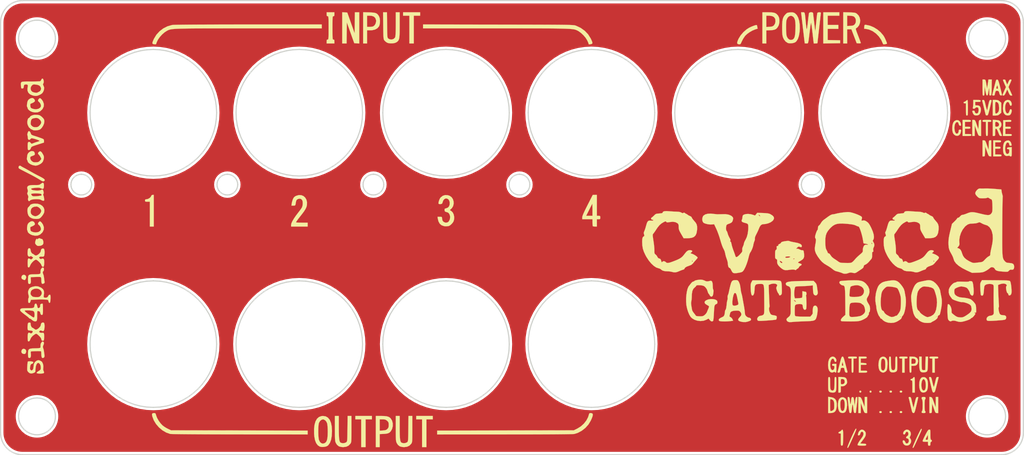
<source format=kicad_pcb>
(kicad_pcb (version 20171130) (host pcbnew "(5.1.12)-1")
  (layers (0 F.Cu signal) (31 B.Cu signal) (34 B.Paste user) (35 F.Paste user) (36 B.SilkS user) (37 F.SilkS user) (38 B.Mask user) (39 F.Mask user) (44 Edge.Cuts user))
  (net 0 "")
  (module LOGO (layer F.Cu) (at 0 0)
    (fp_text reference G*** hide)
    (fp_text value LOGO hide)
  )
  (gr_line (start -31.6177 -15.649) (end -31.0554 -15.62061) (layer Edge.Cuts) (width 0.1))
  (gr_line (start -31.0554 -15.62061) (end -30.5092 -15.53726) (layer Edge.Cuts) (width 0.1))
  (gr_line (start -30.5092 -15.53726) (end -29.9822 -15.40174) (layer Edge.Cuts) (width 0.1))
  (gr_line (start -29.9822 -15.40174) (end -29.4768 -15.21679) (layer Edge.Cuts) (width 0.1))
  (gr_line (start -29.4768 -15.21679) (end -28.9961 -14.98519) (layer Edge.Cuts) (width 0.1))
  (gr_line (start -28.9961 -14.98519) (end -28.5426 -14.7097) (layer Edge.Cuts) (width 0.1))
  (gr_line (start -28.5426 -14.7097) (end -28.1192 -14.39308) (layer Edge.Cuts) (width 0.1))
  (gr_line (start -28.1192 -14.39308) (end -27.7286 -14.03811) (layer Edge.Cuts) (width 0.1))
  (gr_line (start -27.7286 -14.03811) (end -27.3736 -13.64753) (layer Edge.Cuts) (width 0.1))
  (gr_line (start -27.3736 -13.64753) (end -27.057 -13.22413) (layer Edge.Cuts) (width 0.1))
  (gr_line (start -27.057 -13.22413) (end -26.7815 -12.77065) (layer Edge.Cuts) (width 0.1))
  (gr_line (start -26.7815 -12.77065) (end -26.5499 -12.28988) (layer Edge.Cuts) (width 0.1))
  (gr_line (start -26.5499 -12.28988) (end -26.365 -11.78456) (layer Edge.Cuts) (width 0.1))
  (gr_line (start -26.365 -11.78456) (end -26.2294 -11.25747) (layer Edge.Cuts) (width 0.1))
  (gr_line (start -26.2294 -11.25747) (end -26.1461 -10.71137) (layer Edge.Cuts) (width 0.1))
  (gr_line (start -26.1461 -10.71137) (end -26.1177 -10.14902) (layer Edge.Cuts) (width 0.1))
  (gr_line (start -26.1177 -10.14902) (end -26.1461 -9.5867) (layer Edge.Cuts) (width 0.1))
  (gr_line (start -26.1461 -9.5867) (end -26.2294 -9.0406) (layer Edge.Cuts) (width 0.1))
  (gr_line (start -26.2294 -9.0406) (end -26.365 -8.5135) (layer Edge.Cuts) (width 0.1))
  (gr_line (start -26.365 -8.5135) (end -26.5499 -8.0081) (layer Edge.Cuts) (width 0.1))
  (gr_line (start -26.5499 -8.0081) (end -26.7815 -7.5274) (layer Edge.Cuts) (width 0.1))
  (gr_line (start -26.7815 -7.5274) (end -27.057 -7.0739) (layer Edge.Cuts) (width 0.1))
  (gr_line (start -27.057 -7.0739) (end -27.3736 -6.6505) (layer Edge.Cuts) (width 0.1))
  (gr_line (start -27.3736 -6.6505) (end -27.7286 -6.2599) (layer Edge.Cuts) (width 0.1))
  (gr_line (start -27.7286 -6.2599) (end -28.1192 -5.9049) (layer Edge.Cuts) (width 0.1))
  (gr_line (start -28.1192 -5.9049) (end -28.5426 -5.5883) (layer Edge.Cuts) (width 0.1))
  (gr_line (start -28.5426 -5.5883) (end -28.9961 -5.3128) (layer Edge.Cuts) (width 0.1))
  (gr_line (start -28.9961 -5.3128) (end -29.4768 -5.0812) (layer Edge.Cuts) (width 0.1))
  (gr_line (start -29.4768 -5.0812) (end -29.9822 -4.8963) (layer Edge.Cuts) (width 0.1))
  (gr_line (start -29.9822 -4.8963) (end -30.5092 -4.7607) (layer Edge.Cuts) (width 0.1))
  (gr_line (start -30.5092 -4.7607) (end -31.0554 -4.6774) (layer Edge.Cuts) (width 0.1))
  (gr_line (start -31.0554 -4.6774) (end -31.6177 -4.649) (layer Edge.Cuts) (width 0.1))
  (gr_line (start -31.6177 -4.649) (end -32.1801 -4.6774) (layer Edge.Cuts) (width 0.1))
  (gr_line (start -32.1801 -4.6774) (end -32.7262 -4.7607) (layer Edge.Cuts) (width 0.1))
  (gr_line (start -32.7262 -4.7607) (end -33.2532 -4.8963) (layer Edge.Cuts) (width 0.1))
  (gr_line (start -33.2532 -4.8963) (end -33.7586 -5.0812) (layer Edge.Cuts) (width 0.1))
  (gr_line (start -33.7586 -5.0812) (end -34.2393 -5.3128) (layer Edge.Cuts) (width 0.1))
  (gr_line (start -34.2393 -5.3128) (end -34.6928 -5.5883) (layer Edge.Cuts) (width 0.1))
  (gr_line (start -34.6928 -5.5883) (end -35.11622 -5.9049) (layer Edge.Cuts) (width 0.1))
  (gr_line (start -35.11622 -5.9049) (end -35.5068 -6.2599) (layer Edge.Cuts) (width 0.1))
  (gr_line (start -35.5068 -6.2599) (end -35.86177 -6.6505) (layer Edge.Cuts) (width 0.1))
  (gr_line (start -35.86177 -6.6505) (end -36.17839 -7.0739) (layer Edge.Cuts) (width 0.1))
  (gr_line (start -36.17839 -7.0739) (end -36.45388 -7.5274) (layer Edge.Cuts) (width 0.1))
  (gr_line (start -36.45388 -7.5274) (end -36.68548 -8.0081) (layer Edge.Cuts) (width 0.1))
  (gr_line (start -36.68548 -8.0081) (end -36.87043 -8.5135) (layer Edge.Cuts) (width 0.1))
  (gr_line (start -36.87043 -8.5135) (end -37.00595 -9.0406) (layer Edge.Cuts) (width 0.1))
  (gr_line (start -37.00595 -9.0406) (end -37.0893 -9.5867) (layer Edge.Cuts) (width 0.1))
  (gr_line (start -37.0893 -9.5867) (end -37.11769 -10.14902) (layer Edge.Cuts) (width 0.1))
  (gr_line (start -37.11769 -10.14902) (end -37.0893 -10.71137) (layer Edge.Cuts) (width 0.1))
  (gr_line (start -37.0893 -10.71137) (end -37.00595 -11.25747) (layer Edge.Cuts) (width 0.1))
  (gr_line (start -37.00595 -11.25747) (end -36.87043 -11.78456) (layer Edge.Cuts) (width 0.1))
  (gr_line (start -36.87043 -11.78456) (end -36.68548 -12.28988) (layer Edge.Cuts) (width 0.1))
  (gr_line (start -36.68548 -12.28988) (end -36.45388 -12.77065) (layer Edge.Cuts) (width 0.1))
  (gr_line (start -36.45388 -12.77065) (end -36.17839 -13.22413) (layer Edge.Cuts) (width 0.1))
  (gr_line (start -36.17839 -13.22413) (end -35.86177 -13.64753) (layer Edge.Cuts) (width 0.1))
  (gr_line (start -35.86177 -13.64753) (end -35.5068 -14.03811) (layer Edge.Cuts) (width 0.1))
  (gr_line (start -35.5068 -14.03811) (end -35.11622 -14.39308) (layer Edge.Cuts) (width 0.1))
  (gr_line (start -35.11622 -14.39308) (end -34.6928 -14.7097) (layer Edge.Cuts) (width 0.1))
  (gr_line (start -34.6928 -14.7097) (end -34.2393 -14.98519) (layer Edge.Cuts) (width 0.1))
  (gr_line (start -34.2393 -14.98519) (end -33.7586 -15.21679) (layer Edge.Cuts) (width 0.1))
  (gr_line (start -33.7586 -15.21679) (end -33.2532 -15.40174) (layer Edge.Cuts) (width 0.1))
  (gr_line (start -33.2532 -15.40174) (end -32.7262 -15.53726) (layer Edge.Cuts) (width 0.1))
  (gr_line (start -32.7262 -15.53726) (end -32.1801 -15.62061) (layer Edge.Cuts) (width 0.1))
  (gr_line (start -32.1801 -15.62061) (end -31.6177 -15.649) (layer Edge.Cuts) (width 0.1))
  (gr_line (start -31.6177 -15.649) (end -31.6177 -15.649) (layer Edge.Cuts) (width 0.1))
  (gr_line (start -31.6177 -15.649) (end -31.6177 -15.649) (layer Edge.Cuts) (width 0.1))
  (gr_line (start -18.93 -15.649) (end -18.3676 -15.62061) (layer Edge.Cuts) (width 0.1))
  (gr_line (start -18.3676 -15.62061) (end -17.8215 -15.53726) (layer Edge.Cuts) (width 0.1))
  (gr_line (start -17.8215 -15.53726) (end -17.2944 -15.40174) (layer Edge.Cuts) (width 0.1))
  (gr_line (start -17.2944 -15.40174) (end -16.7891 -15.21679) (layer Edge.Cuts) (width 0.1))
  (gr_line (start -16.7891 -15.21679) (end -16.3084 -14.98519) (layer Edge.Cuts) (width 0.1))
  (gr_line (start -16.3084 -14.98519) (end -15.8549 -14.7097) (layer Edge.Cuts) (width 0.1))
  (gr_line (start -15.8549 -14.7097) (end -15.4315 -14.39308) (layer Edge.Cuts) (width 0.1))
  (gr_line (start -15.4315 -14.39308) (end -15.0409 -14.03811) (layer Edge.Cuts) (width 0.1))
  (gr_line (start -15.0409 -14.03811) (end -14.6859 -13.64753) (layer Edge.Cuts) (width 0.1))
  (gr_line (start -14.6859 -13.64753) (end -14.3693 -13.22413) (layer Edge.Cuts) (width 0.1))
  (gr_line (start -14.3693 -13.22413) (end -14.0938 -12.77065) (layer Edge.Cuts) (width 0.1))
  (gr_line (start -14.0938 -12.77065) (end -13.8622 -12.28988) (layer Edge.Cuts) (width 0.1))
  (gr_line (start -13.8622 -12.28988) (end -13.6773 -11.78456) (layer Edge.Cuts) (width 0.1))
  (gr_line (start -13.6773 -11.78456) (end -13.5417 -11.25747) (layer Edge.Cuts) (width 0.1))
  (gr_line (start -13.5417 -11.25747) (end -13.4584 -10.71137) (layer Edge.Cuts) (width 0.1))
  (gr_line (start -13.4584 -10.71137) (end -13.43 -10.14902) (layer Edge.Cuts) (width 0.1))
  (gr_line (start -13.43 -10.14902) (end -13.4584 -9.5867) (layer Edge.Cuts) (width 0.1))
  (gr_line (start -13.4584 -9.5867) (end -13.5417 -9.0406) (layer Edge.Cuts) (width 0.1))
  (gr_line (start -13.5417 -9.0406) (end -13.6773 -8.5135) (layer Edge.Cuts) (width 0.1))
  (gr_line (start -13.6773 -8.5135) (end -13.8622 -8.0081) (layer Edge.Cuts) (width 0.1))
  (gr_line (start -13.8622 -8.0081) (end -14.0938 -7.5274) (layer Edge.Cuts) (width 0.1))
  (gr_line (start -14.0938 -7.5274) (end -14.3693 -7.0739) (layer Edge.Cuts) (width 0.1))
  (gr_line (start -14.3693 -7.0739) (end -14.6859 -6.6505) (layer Edge.Cuts) (width 0.1))
  (gr_line (start -14.6859 -6.6505) (end -15.0409 -6.2599) (layer Edge.Cuts) (width 0.1))
  (gr_line (start -15.0409 -6.2599) (end -15.4315 -5.9049) (layer Edge.Cuts) (width 0.1))
  (gr_line (start -15.4315 -5.9049) (end -15.8549 -5.5883) (layer Edge.Cuts) (width 0.1))
  (gr_line (start -15.8549 -5.5883) (end -16.3084 -5.3128) (layer Edge.Cuts) (width 0.1))
  (gr_line (start -16.3084 -5.3128) (end -16.7891 -5.0812) (layer Edge.Cuts) (width 0.1))
  (gr_line (start -16.7891 -5.0812) (end -17.2944 -4.8963) (layer Edge.Cuts) (width 0.1))
  (gr_line (start -17.2944 -4.8963) (end -17.8215 -4.7607) (layer Edge.Cuts) (width 0.1))
  (gr_line (start -17.8215 -4.7607) (end -18.3676 -4.6774) (layer Edge.Cuts) (width 0.1))
  (gr_line (start -18.3676 -4.6774) (end -18.93 -4.649) (layer Edge.Cuts) (width 0.1))
  (gr_line (start -18.93 -4.649) (end -19.4923 -4.6774) (layer Edge.Cuts) (width 0.1))
  (gr_line (start -19.4923 -4.6774) (end -20.0384 -4.7607) (layer Edge.Cuts) (width 0.1))
  (gr_line (start -20.0384 -4.7607) (end -20.5655 -4.8963) (layer Edge.Cuts) (width 0.1))
  (gr_line (start -20.5655 -4.8963) (end -21.0708 -5.0812) (layer Edge.Cuts) (width 0.1))
  (gr_line (start -21.0708 -5.0812) (end -21.5516 -5.3128) (layer Edge.Cuts) (width 0.1))
  (gr_line (start -21.5516 -5.3128) (end -22.0051 -5.5883) (layer Edge.Cuts) (width 0.1))
  (gr_line (start -22.0051 -5.5883) (end -22.4285 -5.9049) (layer Edge.Cuts) (width 0.1))
  (gr_line (start -22.4285 -5.9049) (end -22.8191 -6.2599) (layer Edge.Cuts) (width 0.1))
  (gr_line (start -22.8191 -6.2599) (end -23.1741 -6.6505) (layer Edge.Cuts) (width 0.1))
  (gr_line (start -23.1741 -6.6505) (end -23.4907 -7.0739) (layer Edge.Cuts) (width 0.1))
  (gr_line (start -23.4907 -7.0739) (end -23.7662 -7.5274) (layer Edge.Cuts) (width 0.1))
  (gr_line (start -23.7662 -7.5274) (end -23.9978 -8.0081) (layer Edge.Cuts) (width 0.1))
  (gr_line (start -23.9978 -8.0081) (end -24.1827 -8.5135) (layer Edge.Cuts) (width 0.1))
  (gr_line (start -24.1827 -8.5135) (end -24.3183 -9.0406) (layer Edge.Cuts) (width 0.1))
  (gr_line (start -24.3183 -9.0406) (end -24.4016 -9.5867) (layer Edge.Cuts) (width 0.1))
  (gr_line (start -24.4016 -9.5867) (end -24.43 -10.14902) (layer Edge.Cuts) (width 0.1))
  (gr_line (start -24.43 -10.14902) (end -24.4016 -10.71137) (layer Edge.Cuts) (width 0.1))
  (gr_line (start -24.4016 -10.71137) (end -24.3183 -11.25747) (layer Edge.Cuts) (width 0.1))
  (gr_line (start -24.3183 -11.25747) (end -24.1827 -11.78456) (layer Edge.Cuts) (width 0.1))
  (gr_line (start -24.1827 -11.78456) (end -23.9978 -12.28988) (layer Edge.Cuts) (width 0.1))
  (gr_line (start -23.9978 -12.28988) (end -23.7662 -12.77065) (layer Edge.Cuts) (width 0.1))
  (gr_line (start -23.7662 -12.77065) (end -23.4907 -13.22413) (layer Edge.Cuts) (width 0.1))
  (gr_line (start -23.4907 -13.22413) (end -23.1741 -13.64753) (layer Edge.Cuts) (width 0.1))
  (gr_line (start -23.1741 -13.64753) (end -22.8191 -14.03811) (layer Edge.Cuts) (width 0.1))
  (gr_line (start -22.8191 -14.03811) (end -22.4285 -14.39308) (layer Edge.Cuts) (width 0.1))
  (gr_line (start -22.4285 -14.39308) (end -22.0051 -14.7097) (layer Edge.Cuts) (width 0.1))
  (gr_line (start -22.0051 -14.7097) (end -21.5516 -14.98519) (layer Edge.Cuts) (width 0.1))
  (gr_line (start -21.5516 -14.98519) (end -21.0708 -15.21679) (layer Edge.Cuts) (width 0.1))
  (gr_line (start -21.0708 -15.21679) (end -20.5655 -15.40174) (layer Edge.Cuts) (width 0.1))
  (gr_line (start -20.5655 -15.40174) (end -20.0384 -15.53726) (layer Edge.Cuts) (width 0.1))
  (gr_line (start -20.0384 -15.53726) (end -19.4923 -15.62061) (layer Edge.Cuts) (width 0.1))
  (gr_line (start -19.4923 -15.62061) (end -18.93 -15.649) (layer Edge.Cuts) (width 0.1))
  (gr_line (start -18.93 -15.649) (end -18.93 -15.649) (layer Edge.Cuts) (width 0.1))
  (gr_line (start -18.93 -15.649) (end -18.93 -15.649) (layer Edge.Cuts) (width 0.1))
  (gr_line (start -6.1718 -15.649) (end -5.6094 -15.62061) (layer Edge.Cuts) (width 0.1))
  (gr_line (start -5.6094 -15.62061) (end -5.0633 -15.53726) (layer Edge.Cuts) (width 0.1))
  (gr_line (start -5.0633 -15.53726) (end -4.5362 -15.40174) (layer Edge.Cuts) (width 0.1))
  (gr_line (start -4.5362 -15.40174) (end -4.0309 -15.21679) (layer Edge.Cuts) (width 0.1))
  (gr_line (start -4.0309 -15.21679) (end -3.5501 -14.98519) (layer Edge.Cuts) (width 0.1))
  (gr_line (start -3.5501 -14.98519) (end -3.0967 -14.7097) (layer Edge.Cuts) (width 0.1))
  (gr_line (start -3.0967 -14.7097) (end -2.6733 -14.39308) (layer Edge.Cuts) (width 0.1))
  (gr_line (start -2.6733 -14.39308) (end -2.2827 -14.03811) (layer Edge.Cuts) (width 0.1))
  (gr_line (start -2.2827 -14.03811) (end -1.9277 -13.64753) (layer Edge.Cuts) (width 0.1))
  (gr_line (start -1.9277 -13.64753) (end -1.6111 -13.22413) (layer Edge.Cuts) (width 0.1))
  (gr_line (start -1.6111 -13.22413) (end -1.3356 -12.77065) (layer Edge.Cuts) (width 0.1))
  (gr_line (start -1.3356 -12.77065) (end -1.104 -12.28988) (layer Edge.Cuts) (width 0.1))
  (gr_line (start -1.104 -12.28988) (end -0.9191 -11.78456) (layer Edge.Cuts) (width 0.1))
  (gr_line (start -0.9191 -11.78456) (end -0.7835 -11.25747) (layer Edge.Cuts) (width 0.1))
  (gr_line (start -0.7835 -11.25747) (end -0.7002 -10.71137) (layer Edge.Cuts) (width 0.1))
  (gr_line (start -0.7002 -10.71137) (end -0.6718 -10.14902) (layer Edge.Cuts) (width 0.1))
  (gr_line (start -0.6718 -10.14902) (end -0.7002 -9.5867) (layer Edge.Cuts) (width 0.1))
  (gr_line (start -0.7002 -9.5867) (end -0.7835 -9.0406) (layer Edge.Cuts) (width 0.1))
  (gr_line (start -0.7835 -9.0406) (end -0.9191 -8.5135) (layer Edge.Cuts) (width 0.1))
  (gr_line (start -0.9191 -8.5135) (end -1.104 -8.0081) (layer Edge.Cuts) (width 0.1))
  (gr_line (start -1.104 -8.0081) (end -1.3356 -7.5274) (layer Edge.Cuts) (width 0.1))
  (gr_line (start -1.3356 -7.5274) (end -1.6111 -7.0739) (layer Edge.Cuts) (width 0.1))
  (gr_line (start -1.6111 -7.0739) (end -1.9277 -6.6505) (layer Edge.Cuts) (width 0.1))
  (gr_line (start -1.9277 -6.6505) (end -2.2827 -6.2599) (layer Edge.Cuts) (width 0.1))
  (gr_line (start -2.2827 -6.2599) (end -2.6733 -5.9049) (layer Edge.Cuts) (width 0.1))
  (gr_line (start -2.6733 -5.9049) (end -3.0967 -5.5883) (layer Edge.Cuts) (width 0.1))
  (gr_line (start -3.0967 -5.5883) (end -3.5501 -5.3128) (layer Edge.Cuts) (width 0.1))
  (gr_line (start -3.5501 -5.3128) (end -4.0309 -5.0812) (layer Edge.Cuts) (width 0.1))
  (gr_line (start -4.0309 -5.0812) (end -4.5362 -4.8963) (layer Edge.Cuts) (width 0.1))
  (gr_line (start -4.5362 -4.8963) (end -5.0633 -4.7607) (layer Edge.Cuts) (width 0.1))
  (gr_line (start -5.0633 -4.7607) (end -5.6094 -4.6774) (layer Edge.Cuts) (width 0.1))
  (gr_line (start -5.6094 -4.6774) (end -6.1718 -4.649) (layer Edge.Cuts) (width 0.1))
  (gr_line (start -6.1718 -4.649) (end -6.7341 -4.6774) (layer Edge.Cuts) (width 0.1))
  (gr_line (start -6.7341 -4.6774) (end -7.2802 -4.7607) (layer Edge.Cuts) (width 0.1))
  (gr_line (start -7.2802 -4.7607) (end -7.8073 -4.8963) (layer Edge.Cuts) (width 0.1))
  (gr_line (start -7.8073 -4.8963) (end -8.3127 -5.0812) (layer Edge.Cuts) (width 0.1))
  (gr_line (start -8.3127 -5.0812) (end -8.7934 -5.3128) (layer Edge.Cuts) (width 0.1))
  (gr_line (start -8.7934 -5.3128) (end -9.2469 -5.5883) (layer Edge.Cuts) (width 0.1))
  (gr_line (start -9.2469 -5.5883) (end -9.6703 -5.9049) (layer Edge.Cuts) (width 0.1))
  (gr_line (start -9.6703 -5.9049) (end -10.0609 -6.2599) (layer Edge.Cuts) (width 0.1))
  (gr_line (start -10.0609 -6.2599) (end -10.4159 -6.6505) (layer Edge.Cuts) (width 0.1))
  (gr_line (start -10.4159 -6.6505) (end -10.7325 -7.0739) (layer Edge.Cuts) (width 0.1))
  (gr_line (start -10.7325 -7.0739) (end -11.008 -7.5274) (layer Edge.Cuts) (width 0.1))
  (gr_line (start -11.008 -7.5274) (end -11.2396 -8.0081) (layer Edge.Cuts) (width 0.1))
  (gr_line (start -11.2396 -8.0081) (end -11.4245 -8.5135) (layer Edge.Cuts) (width 0.1))
  (gr_line (start -11.4245 -8.5135) (end -11.5601 -9.0406) (layer Edge.Cuts) (width 0.1))
  (gr_line (start -11.5601 -9.0406) (end -11.6434 -9.5867) (layer Edge.Cuts) (width 0.1))
  (gr_line (start -11.6434 -9.5867) (end -11.6718 -10.14902) (layer Edge.Cuts) (width 0.1))
  (gr_line (start -11.6718 -10.14902) (end -11.6434 -10.71137) (layer Edge.Cuts) (width 0.1))
  (gr_line (start -11.6434 -10.71137) (end -11.5601 -11.25747) (layer Edge.Cuts) (width 0.1))
  (gr_line (start -11.5601 -11.25747) (end -11.4245 -11.78456) (layer Edge.Cuts) (width 0.1))
  (gr_line (start -11.4245 -11.78456) (end -11.2396 -12.28988) (layer Edge.Cuts) (width 0.1))
  (gr_line (start -11.2396 -12.28988) (end -11.008 -12.77065) (layer Edge.Cuts) (width 0.1))
  (gr_line (start -11.008 -12.77065) (end -10.7325 -13.22413) (layer Edge.Cuts) (width 0.1))
  (gr_line (start -10.7325 -13.22413) (end -10.4159 -13.64753) (layer Edge.Cuts) (width 0.1))
  (gr_line (start -10.4159 -13.64753) (end -10.0609 -14.03811) (layer Edge.Cuts) (width 0.1))
  (gr_line (start -10.0609 -14.03811) (end -9.6703 -14.39308) (layer Edge.Cuts) (width 0.1))
  (gr_line (start -9.6703 -14.39308) (end -9.2469 -14.7097) (layer Edge.Cuts) (width 0.1))
  (gr_line (start -9.2469 -14.7097) (end -8.7934 -14.98519) (layer Edge.Cuts) (width 0.1))
  (gr_line (start -8.7934 -14.98519) (end -8.3127 -15.21679) (layer Edge.Cuts) (width 0.1))
  (gr_line (start -8.3127 -15.21679) (end -7.8073 -15.40174) (layer Edge.Cuts) (width 0.1))
  (gr_line (start -7.8073 -15.40174) (end -7.2802 -15.53726) (layer Edge.Cuts) (width 0.1))
  (gr_line (start -7.2802 -15.53726) (end -6.7341 -15.62061) (layer Edge.Cuts) (width 0.1))
  (gr_line (start -6.7341 -15.62061) (end -6.1718 -15.649) (layer Edge.Cuts) (width 0.1))
  (gr_line (start -6.1718 -15.649) (end -6.1718 -15.649) (layer Edge.Cuts) (width 0.1))
  (gr_line (start -6.1718 -15.649) (end -6.1718 -15.649) (layer Edge.Cuts) (width 0.1))
  (gr_line (start 6.4702 -15.649) (end 7.0325 -15.62061) (layer Edge.Cuts) (width 0.1))
  (gr_line (start 7.0325 -15.62061) (end 7.5787 -15.53726) (layer Edge.Cuts) (width 0.1))
  (gr_line (start 7.5787 -15.53726) (end 8.1057 -15.40174) (layer Edge.Cuts) (width 0.1))
  (gr_line (start 8.1057 -15.40174) (end 8.6111 -15.21679) (layer Edge.Cuts) (width 0.1))
  (gr_line (start 8.6111 -15.21679) (end 9.0918 -14.98519) (layer Edge.Cuts) (width 0.1))
  (gr_line (start 9.0918 -14.98519) (end 9.5453 -14.7097) (layer Edge.Cuts) (width 0.1))
  (gr_line (start 9.5453 -14.7097) (end 9.9687 -14.39308) (layer Edge.Cuts) (width 0.1))
  (gr_line (start 9.9687 -14.39308) (end 10.3593 -14.03811) (layer Edge.Cuts) (width 0.1))
  (gr_line (start 10.3593 -14.03811) (end 10.7143 -13.64753) (layer Edge.Cuts) (width 0.1))
  (gr_line (start 10.7143 -13.64753) (end 11.0309 -13.22413) (layer Edge.Cuts) (width 0.1))
  (gr_line (start 11.0309 -13.22413) (end 11.3064 -12.77065) (layer Edge.Cuts) (width 0.1))
  (gr_line (start 11.3064 -12.77065) (end 11.538 -12.28988) (layer Edge.Cuts) (width 0.1))
  (gr_line (start 11.538 -12.28988) (end 11.7229 -11.78456) (layer Edge.Cuts) (width 0.1))
  (gr_line (start 11.7229 -11.78456) (end 11.8585 -11.25747) (layer Edge.Cuts) (width 0.1))
  (gr_line (start 11.8585 -11.25747) (end 11.9418 -10.71137) (layer Edge.Cuts) (width 0.1))
  (gr_line (start 11.9418 -10.71137) (end 11.9702 -10.14902) (layer Edge.Cuts) (width 0.1))
  (gr_line (start 11.9702 -10.14902) (end 11.9418 -9.5867) (layer Edge.Cuts) (width 0.1))
  (gr_line (start 11.9418 -9.5867) (end 11.8585 -9.0406) (layer Edge.Cuts) (width 0.1))
  (gr_line (start 11.8585 -9.0406) (end 11.7229 -8.5135) (layer Edge.Cuts) (width 0.1))
  (gr_line (start 11.7229 -8.5135) (end 11.538 -8.0081) (layer Edge.Cuts) (width 0.1))
  (gr_line (start 11.538 -8.0081) (end 11.3064 -7.5274) (layer Edge.Cuts) (width 0.1))
  (gr_line (start 11.3064 -7.5274) (end 11.0309 -7.0739) (layer Edge.Cuts) (width 0.1))
  (gr_line (start 11.0309 -7.0739) (end 10.7143 -6.6505) (layer Edge.Cuts) (width 0.1))
  (gr_line (start 10.7143 -6.6505) (end 10.3593 -6.2599) (layer Edge.Cuts) (width 0.1))
  (gr_line (start 10.3593 -6.2599) (end 9.9687 -5.9049) (layer Edge.Cuts) (width 0.1))
  (gr_line (start 9.9687 -5.9049) (end 9.5453 -5.5883) (layer Edge.Cuts) (width 0.1))
  (gr_line (start 9.5453 -5.5883) (end 9.0918 -5.3128) (layer Edge.Cuts) (width 0.1))
  (gr_line (start 9.0918 -5.3128) (end 8.6111 -5.0812) (layer Edge.Cuts) (width 0.1))
  (gr_line (start 8.6111 -5.0812) (end 8.1057 -4.8963) (layer Edge.Cuts) (width 0.1))
  (gr_line (start 8.1057 -4.8963) (end 7.5787 -4.7607) (layer Edge.Cuts) (width 0.1))
  (gr_line (start 7.5787 -4.7607) (end 7.0325 -4.6774) (layer Edge.Cuts) (width 0.1))
  (gr_line (start 7.0325 -4.6774) (end 6.4702 -4.649) (layer Edge.Cuts) (width 0.1))
  (gr_line (start 6.4702 -4.649) (end 5.9078 -4.6774) (layer Edge.Cuts) (width 0.1))
  (gr_line (start 5.9078 -4.6774) (end 5.3617 -4.7607) (layer Edge.Cuts) (width 0.1))
  (gr_line (start 5.3617 -4.7607) (end 4.8346 -4.8963) (layer Edge.Cuts) (width 0.1))
  (gr_line (start 4.8346 -4.8963) (end 4.3293 -5.0812) (layer Edge.Cuts) (width 0.1))
  (gr_line (start 4.3293 -5.0812) (end 3.8486 -5.3128) (layer Edge.Cuts) (width 0.1))
  (gr_line (start 3.8486 -5.3128) (end 3.3951 -5.5883) (layer Edge.Cuts) (width 0.1))
  (gr_line (start 3.3951 -5.5883) (end 2.9717 -5.9049) (layer Edge.Cuts) (width 0.1))
  (gr_line (start 2.9717 -5.9049) (end 2.5811 -6.2599) (layer Edge.Cuts) (width 0.1))
  (gr_line (start 2.5811 -6.2599) (end 2.2261 -6.6505) (layer Edge.Cuts) (width 0.1))
  (gr_line (start 2.2261 -6.6505) (end 1.9095 -7.0739) (layer Edge.Cuts) (width 0.1))
  (gr_line (start 1.9095 -7.0739) (end 1.634 -7.5274) (layer Edge.Cuts) (width 0.1))
  (gr_line (start 1.634 -7.5274) (end 1.4024 -8.0081) (layer Edge.Cuts) (width 0.1))
  (gr_line (start 1.4024 -8.0081) (end 1.2175 -8.5135) (layer Edge.Cuts) (width 0.1))
  (gr_line (start 1.2175 -8.5135) (end 1.0819 -9.0406) (layer Edge.Cuts) (width 0.1))
  (gr_line (start 1.0819 -9.0406) (end 0.9986 -9.5867) (layer Edge.Cuts) (width 0.1))
  (gr_line (start 0.9986 -9.5867) (end 0.9702 -10.14902) (layer Edge.Cuts) (width 0.1))
  (gr_line (start 0.9702 -10.14902) (end 0.9986 -10.71137) (layer Edge.Cuts) (width 0.1))
  (gr_line (start 0.9986 -10.71137) (end 1.0819 -11.25747) (layer Edge.Cuts) (width 0.1))
  (gr_line (start 1.0819 -11.25747) (end 1.2175 -11.78456) (layer Edge.Cuts) (width 0.1))
  (gr_line (start 1.2175 -11.78456) (end 1.4024 -12.28988) (layer Edge.Cuts) (width 0.1))
  (gr_line (start 1.4024 -12.28988) (end 1.634 -12.77065) (layer Edge.Cuts) (width 0.1))
  (gr_line (start 1.634 -12.77065) (end 1.9095 -13.22413) (layer Edge.Cuts) (width 0.1))
  (gr_line (start 1.9095 -13.22413) (end 2.2261 -13.64753) (layer Edge.Cuts) (width 0.1))
  (gr_line (start 2.2261 -13.64753) (end 2.5811 -14.03811) (layer Edge.Cuts) (width 0.1))
  (gr_line (start 2.5811 -14.03811) (end 2.9717 -14.39308) (layer Edge.Cuts) (width 0.1))
  (gr_line (start 2.9717 -14.39308) (end 3.3951 -14.7097) (layer Edge.Cuts) (width 0.1))
  (gr_line (start 3.3951 -14.7097) (end 3.8486 -14.98519) (layer Edge.Cuts) (width 0.1))
  (gr_line (start 3.8486 -14.98519) (end 4.3293 -15.21679) (layer Edge.Cuts) (width 0.1))
  (gr_line (start 4.3293 -15.21679) (end 4.8346 -15.40174) (layer Edge.Cuts) (width 0.1))
  (gr_line (start 4.8346 -15.40174) (end 5.3617 -15.53726) (layer Edge.Cuts) (width 0.1))
  (gr_line (start 5.3617 -15.53726) (end 5.9078 -15.62061) (layer Edge.Cuts) (width 0.1))
  (gr_line (start 5.9078 -15.62061) (end 6.4702 -15.649) (layer Edge.Cuts) (width 0.1))
  (gr_line (start 6.4702 -15.649) (end 6.4702 -15.649) (layer Edge.Cuts) (width 0.1))
  (gr_line (start 6.4702 -15.649) (end 6.4702 -15.649) (layer Edge.Cuts) (width 0.1))
  (gr_line (start 19.2122 -15.649) (end 19.7746 -15.62061) (layer Edge.Cuts) (width 0.1))
  (gr_line (start 19.7746 -15.62061) (end 20.3207 -15.53726) (layer Edge.Cuts) (width 0.1))
  (gr_line (start 20.3207 -15.53726) (end 20.8477 -15.40174) (layer Edge.Cuts) (width 0.1))
  (gr_line (start 20.8477 -15.40174) (end 21.3531 -15.21679) (layer Edge.Cuts) (width 0.1))
  (gr_line (start 21.3531 -15.21679) (end 21.8338 -14.98519) (layer Edge.Cuts) (width 0.1))
  (gr_line (start 21.8338 -14.98519) (end 22.2873 -14.7097) (layer Edge.Cuts) (width 0.1))
  (gr_line (start 22.2873 -14.7097) (end 22.7107 -14.39308) (layer Edge.Cuts) (width 0.1))
  (gr_line (start 22.7107 -14.39308) (end 23.1013 -14.03811) (layer Edge.Cuts) (width 0.1))
  (gr_line (start 23.1013 -14.03811) (end 23.4563 -13.64753) (layer Edge.Cuts) (width 0.1))
  (gr_line (start 23.4563 -13.64753) (end 23.7729 -13.22413) (layer Edge.Cuts) (width 0.1))
  (gr_line (start 23.7729 -13.22413) (end 24.0484 -12.77065) (layer Edge.Cuts) (width 0.1))
  (gr_line (start 24.0484 -12.77065) (end 24.28 -12.28988) (layer Edge.Cuts) (width 0.1))
  (gr_line (start 24.28 -12.28988) (end 24.465 -11.78456) (layer Edge.Cuts) (width 0.1))
  (gr_line (start 24.465 -11.78456) (end 24.6005 -11.25747) (layer Edge.Cuts) (width 0.1))
  (gr_line (start 24.6005 -11.25747) (end 24.6838 -10.71137) (layer Edge.Cuts) (width 0.1))
  (gr_line (start 24.6838 -10.71137) (end 24.7122 -10.14902) (layer Edge.Cuts) (width 0.1))
  (gr_line (start 24.7122 -10.14902) (end 24.6838 -9.5867) (layer Edge.Cuts) (width 0.1))
  (gr_line (start 24.6838 -9.5867) (end 24.6005 -9.0406) (layer Edge.Cuts) (width 0.1))
  (gr_line (start 24.6005 -9.0406) (end 24.465 -8.5135) (layer Edge.Cuts) (width 0.1))
  (gr_line (start 24.465 -8.5135) (end 24.28 -8.0081) (layer Edge.Cuts) (width 0.1))
  (gr_line (start 24.28 -8.0081) (end 24.0484 -7.5274) (layer Edge.Cuts) (width 0.1))
  (gr_line (start 24.0484 -7.5274) (end 23.7729 -7.0739) (layer Edge.Cuts) (width 0.1))
  (gr_line (start 23.7729 -7.0739) (end 23.4563 -6.6505) (layer Edge.Cuts) (width 0.1))
  (gr_line (start 23.4563 -6.6505) (end 23.1013 -6.2599) (layer Edge.Cuts) (width 0.1))
  (gr_line (start 23.1013 -6.2599) (end 22.7107 -5.9049) (layer Edge.Cuts) (width 0.1))
  (gr_line (start 22.7107 -5.9049) (end 22.2873 -5.5883) (layer Edge.Cuts) (width 0.1))
  (gr_line (start 22.2873 -5.5883) (end 21.8338 -5.3128) (layer Edge.Cuts) (width 0.1))
  (gr_line (start 21.8338 -5.3128) (end 21.3531 -5.0812) (layer Edge.Cuts) (width 0.1))
  (gr_line (start 21.3531 -5.0812) (end 20.8477 -4.8963) (layer Edge.Cuts) (width 0.1))
  (gr_line (start 20.8477 -4.8963) (end 20.3207 -4.7607) (layer Edge.Cuts) (width 0.1))
  (gr_line (start 20.3207 -4.7607) (end 19.7746 -4.6774) (layer Edge.Cuts) (width 0.1))
  (gr_line (start 19.7746 -4.6774) (end 19.2122 -4.649) (layer Edge.Cuts) (width 0.1))
  (gr_line (start 19.2122 -4.649) (end 18.6499 -4.6774) (layer Edge.Cuts) (width 0.1))
  (gr_line (start 18.6499 -4.6774) (end 18.1038 -4.7607) (layer Edge.Cuts) (width 0.1))
  (gr_line (start 18.1038 -4.7607) (end 17.5767 -4.8963) (layer Edge.Cuts) (width 0.1))
  (gr_line (start 17.5767 -4.8963) (end 17.0713 -5.0812) (layer Edge.Cuts) (width 0.1))
  (gr_line (start 17.0713 -5.0812) (end 16.5906 -5.3128) (layer Edge.Cuts) (width 0.1))
  (gr_line (start 16.5906 -5.3128) (end 16.1371 -5.5883) (layer Edge.Cuts) (width 0.1))
  (gr_line (start 16.1371 -5.5883) (end 15.7137 -5.9049) (layer Edge.Cuts) (width 0.1))
  (gr_line (start 15.7137 -5.9049) (end 15.3231 -6.2599) (layer Edge.Cuts) (width 0.1))
  (gr_line (start 15.3231 -6.2599) (end 14.9681 -6.6505) (layer Edge.Cuts) (width 0.1))
  (gr_line (start 14.9681 -6.6505) (end 14.6515 -7.0739) (layer Edge.Cuts) (width 0.1))
  (gr_line (start 14.6515 -7.0739) (end 14.376 -7.5274) (layer Edge.Cuts) (width 0.1))
  (gr_line (start 14.376 -7.5274) (end 14.1444 -8.0081) (layer Edge.Cuts) (width 0.1))
  (gr_line (start 14.1444 -8.0081) (end 13.9595 -8.5135) (layer Edge.Cuts) (width 0.1))
  (gr_line (start 13.9595 -8.5135) (end 13.824 -9.0406) (layer Edge.Cuts) (width 0.1))
  (gr_line (start 13.824 -9.0406) (end 13.7406 -9.5867) (layer Edge.Cuts) (width 0.1))
  (gr_line (start 13.7406 -9.5867) (end 13.7122 -10.14902) (layer Edge.Cuts) (width 0.1))
  (gr_line (start 13.7122 -10.14902) (end 13.7406 -10.71137) (layer Edge.Cuts) (width 0.1))
  (gr_line (start 13.7406 -10.71137) (end 13.824 -11.25747) (layer Edge.Cuts) (width 0.1))
  (gr_line (start 13.824 -11.25747) (end 13.9595 -11.78456) (layer Edge.Cuts) (width 0.1))
  (gr_line (start 13.9595 -11.78456) (end 14.1444 -12.28988) (layer Edge.Cuts) (width 0.1))
  (gr_line (start 14.1444 -12.28988) (end 14.376 -12.77065) (layer Edge.Cuts) (width 0.1))
  (gr_line (start 14.376 -12.77065) (end 14.6515 -13.22413) (layer Edge.Cuts) (width 0.1))
  (gr_line (start 14.6515 -13.22413) (end 14.9681 -13.64753) (layer Edge.Cuts) (width 0.1))
  (gr_line (start 14.9681 -13.64753) (end 15.3231 -14.03811) (layer Edge.Cuts) (width 0.1))
  (gr_line (start 15.3231 -14.03811) (end 15.7137 -14.39308) (layer Edge.Cuts) (width 0.1))
  (gr_line (start 15.7137 -14.39308) (end 16.1371 -14.7097) (layer Edge.Cuts) (width 0.1))
  (gr_line (start 16.1371 -14.7097) (end 16.5906 -14.98519) (layer Edge.Cuts) (width 0.1))
  (gr_line (start 16.5906 -14.98519) (end 17.0713 -15.21679) (layer Edge.Cuts) (width 0.1))
  (gr_line (start 17.0713 -15.21679) (end 17.5767 -15.40174) (layer Edge.Cuts) (width 0.1))
  (gr_line (start 17.5767 -15.40174) (end 18.1038 -15.53726) (layer Edge.Cuts) (width 0.1))
  (gr_line (start 18.1038 -15.53726) (end 18.6499 -15.62061) (layer Edge.Cuts) (width 0.1))
  (gr_line (start 18.6499 -15.62061) (end 19.2122 -15.649) (layer Edge.Cuts) (width 0.1))
  (gr_line (start 19.2122 -15.649) (end 19.2122 -15.649) (layer Edge.Cuts) (width 0.1))
  (gr_line (start 19.2122 -15.649) (end 19.2122 -15.649) (layer Edge.Cuts) (width 0.1))
  (gr_line (start 31.9314 -15.649) (end 32.4937 -15.62061) (layer Edge.Cuts) (width 0.1))
  (gr_line (start 32.4937 -15.62061) (end 33.0398 -15.53726) (layer Edge.Cuts) (width 0.1))
  (gr_line (start 33.0398 -15.53726) (end 33.5669 -15.40174) (layer Edge.Cuts) (width 0.1))
  (gr_line (start 33.5669 -15.40174) (end 34.0723 -15.21679) (layer Edge.Cuts) (width 0.1))
  (gr_line (start 34.0723 -15.21679) (end 34.553 -14.98519) (layer Edge.Cuts) (width 0.1))
  (gr_line (start 34.553 -14.98519) (end 35.0065 -14.7097) (layer Edge.Cuts) (width 0.1))
  (gr_line (start 35.0065 -14.7097) (end 35.4299 -14.39308) (layer Edge.Cuts) (width 0.1))
  (gr_line (start 35.4299 -14.39308) (end 35.8205 -14.03811) (layer Edge.Cuts) (width 0.1))
  (gr_line (start 35.8205 -14.03811) (end 36.1755 -13.64753) (layer Edge.Cuts) (width 0.1))
  (gr_line (start 36.1755 -13.64753) (end 36.4921 -13.22413) (layer Edge.Cuts) (width 0.1))
  (gr_line (start 36.4921 -13.22413) (end 36.7676 -12.77065) (layer Edge.Cuts) (width 0.1))
  (gr_line (start 36.7676 -12.77065) (end 36.9992 -12.28988) (layer Edge.Cuts) (width 0.1))
  (gr_line (start 36.9992 -12.28988) (end 37.1841 -11.78456) (layer Edge.Cuts) (width 0.1))
  (gr_line (start 37.1841 -11.78456) (end 37.3197 -11.25747) (layer Edge.Cuts) (width 0.1))
  (gr_line (start 37.3197 -11.25747) (end 37.403 -10.71137) (layer Edge.Cuts) (width 0.1))
  (gr_line (start 37.403 -10.71137) (end 37.4314 -10.14902) (layer Edge.Cuts) (width 0.1))
  (gr_line (start 37.4314 -10.14902) (end 37.403 -9.5867) (layer Edge.Cuts) (width 0.1))
  (gr_line (start 37.403 -9.5867) (end 37.3197 -9.0406) (layer Edge.Cuts) (width 0.1))
  (gr_line (start 37.3197 -9.0406) (end 37.1841 -8.5135) (layer Edge.Cuts) (width 0.1))
  (gr_line (start 37.1841 -8.5135) (end 36.9992 -8.0081) (layer Edge.Cuts) (width 0.1))
  (gr_line (start 36.9992 -8.0081) (end 36.7676 -7.5274) (layer Edge.Cuts) (width 0.1))
  (gr_line (start 36.7676 -7.5274) (end 36.4921 -7.0739) (layer Edge.Cuts) (width 0.1))
  (gr_line (start 36.4921 -7.0739) (end 36.1755 -6.6505) (layer Edge.Cuts) (width 0.1))
  (gr_line (start 36.1755 -6.6505) (end 35.8205 -6.2599) (layer Edge.Cuts) (width 0.1))
  (gr_line (start 35.8205 -6.2599) (end 35.4299 -5.9049) (layer Edge.Cuts) (width 0.1))
  (gr_line (start 35.4299 -5.9049) (end 35.0065 -5.5883) (layer Edge.Cuts) (width 0.1))
  (gr_line (start 35.0065 -5.5883) (end 34.553 -5.3128) (layer Edge.Cuts) (width 0.1))
  (gr_line (start 34.553 -5.3128) (end 34.0723 -5.0812) (layer Edge.Cuts) (width 0.1))
  (gr_line (start 34.0723 -5.0812) (end 33.5669 -4.8963) (layer Edge.Cuts) (width 0.1))
  (gr_line (start 33.5669 -4.8963) (end 33.0398 -4.7607) (layer Edge.Cuts) (width 0.1))
  (gr_line (start 33.0398 -4.7607) (end 32.4937 -4.6774) (layer Edge.Cuts) (width 0.1))
  (gr_line (start 32.4937 -4.6774) (end 31.9314 -4.649) (layer Edge.Cuts) (width 0.1))
  (gr_line (start 31.9314 -4.649) (end 31.369 -4.6774) (layer Edge.Cuts) (width 0.1))
  (gr_line (start 31.369 -4.6774) (end 30.8229 -4.7607) (layer Edge.Cuts) (width 0.1))
  (gr_line (start 30.8229 -4.7607) (end 30.2959 -4.8963) (layer Edge.Cuts) (width 0.1))
  (gr_line (start 30.2959 -4.8963) (end 29.7905 -5.0812) (layer Edge.Cuts) (width 0.1))
  (gr_line (start 29.7905 -5.0812) (end 29.3098 -5.3128) (layer Edge.Cuts) (width 0.1))
  (gr_line (start 29.3098 -5.3128) (end 28.8563 -5.5883) (layer Edge.Cuts) (width 0.1))
  (gr_line (start 28.8563 -5.5883) (end 28.4329 -5.9049) (layer Edge.Cuts) (width 0.1))
  (gr_line (start 28.4329 -5.9049) (end 28.0423 -6.2599) (layer Edge.Cuts) (width 0.1))
  (gr_line (start 28.0423 -6.2599) (end 27.6873 -6.6505) (layer Edge.Cuts) (width 0.1))
  (gr_line (start 27.6873 -6.6505) (end 27.3707 -7.0739) (layer Edge.Cuts) (width 0.1))
  (gr_line (start 27.3707 -7.0739) (end 27.0952 -7.5274) (layer Edge.Cuts) (width 0.1))
  (gr_line (start 27.0952 -7.5274) (end 26.8636 -8.0081) (layer Edge.Cuts) (width 0.1))
  (gr_line (start 26.8636 -8.0081) (end 26.6787 -8.5135) (layer Edge.Cuts) (width 0.1))
  (gr_line (start 26.6787 -8.5135) (end 26.5432 -9.0406) (layer Edge.Cuts) (width 0.1))
  (gr_line (start 26.5432 -9.0406) (end 26.4598 -9.5867) (layer Edge.Cuts) (width 0.1))
  (gr_line (start 26.4598 -9.5867) (end 26.4314 -10.14902) (layer Edge.Cuts) (width 0.1))
  (gr_line (start 26.4314 -10.14902) (end 26.4598 -10.71137) (layer Edge.Cuts) (width 0.1))
  (gr_line (start 26.4598 -10.71137) (end 26.5432 -11.25747) (layer Edge.Cuts) (width 0.1))
  (gr_line (start 26.5432 -11.25747) (end 26.6787 -11.78456) (layer Edge.Cuts) (width 0.1))
  (gr_line (start 26.6787 -11.78456) (end 26.8636 -12.28988) (layer Edge.Cuts) (width 0.1))
  (gr_line (start 26.8636 -12.28988) (end 27.0952 -12.77065) (layer Edge.Cuts) (width 0.1))
  (gr_line (start 27.0952 -12.77065) (end 27.3707 -13.22413) (layer Edge.Cuts) (width 0.1))
  (gr_line (start 27.3707 -13.22413) (end 27.6873 -13.64753) (layer Edge.Cuts) (width 0.1))
  (gr_line (start 27.6873 -13.64753) (end 28.0423 -14.03811) (layer Edge.Cuts) (width 0.1))
  (gr_line (start 28.0423 -14.03811) (end 28.4329 -14.39308) (layer Edge.Cuts) (width 0.1))
  (gr_line (start 28.4329 -14.39308) (end 28.8563 -14.7097) (layer Edge.Cuts) (width 0.1))
  (gr_line (start 28.8563 -14.7097) (end 29.3098 -14.98519) (layer Edge.Cuts) (width 0.1))
  (gr_line (start 29.3098 -14.98519) (end 29.7905 -15.21679) (layer Edge.Cuts) (width 0.1))
  (gr_line (start 29.7905 -15.21679) (end 30.2959 -15.40174) (layer Edge.Cuts) (width 0.1))
  (gr_line (start 30.2959 -15.40174) (end 30.8229 -15.53726) (layer Edge.Cuts) (width 0.1))
  (gr_line (start 30.8229 -15.53726) (end 31.369 -15.62061) (layer Edge.Cuts) (width 0.1))
  (gr_line (start 31.369 -15.62061) (end 31.9314 -15.649) (layer Edge.Cuts) (width 0.1))
  (gr_line (start 31.9314 -15.649) (end 31.9314 -15.649) (layer Edge.Cuts) (width 0.1))
  (gr_line (start 31.9314 -15.649) (end 31.9314 -15.649) (layer Edge.Cuts) (width 0.1))
  (gr_line (start -31.6177 4.4682) (end -31.0554 4.4966) (layer Edge.Cuts) (width 0.1))
  (gr_line (start -31.0554 4.4966) (end -30.5092 4.5799) (layer Edge.Cuts) (width 0.1))
  (gr_line (start -30.5092 4.5799) (end -29.9822 4.7155) (layer Edge.Cuts) (width 0.1))
  (gr_line (start -29.9822 4.7155) (end -29.4768 4.9004) (layer Edge.Cuts) (width 0.1))
  (gr_line (start -29.4768 4.9004) (end -28.9961 5.132) (layer Edge.Cuts) (width 0.1))
  (gr_line (start -28.9961 5.132) (end -28.5426 5.4075) (layer Edge.Cuts) (width 0.1))
  (gr_line (start -28.5426 5.4075) (end -28.1192 5.7241) (layer Edge.Cuts) (width 0.1))
  (gr_line (start -28.1192 5.7241) (end -27.7286 6.0791) (layer Edge.Cuts) (width 0.1))
  (gr_line (start -27.7286 6.0791) (end -27.3736 6.4697) (layer Edge.Cuts) (width 0.1))
  (gr_line (start -27.3736 6.4697) (end -27.057 6.8931) (layer Edge.Cuts) (width 0.1))
  (gr_line (start -27.057 6.8931) (end -26.7815 7.3466) (layer Edge.Cuts) (width 0.1))
  (gr_line (start -26.7815 7.3466) (end -26.5499 7.8273) (layer Edge.Cuts) (width 0.1))
  (gr_line (start -26.5499 7.8273) (end -26.365 8.3327) (layer Edge.Cuts) (width 0.1))
  (gr_line (start -26.365 8.3327) (end -26.2294 8.8598) (layer Edge.Cuts) (width 0.1))
  (gr_line (start -26.2294 8.8598) (end -26.1461 9.4059) (layer Edge.Cuts) (width 0.1))
  (gr_line (start -26.1461 9.4059) (end -26.1177 9.9682) (layer Edge.Cuts) (width 0.1))
  (gr_line (start -26.1177 9.9682) (end -26.1461 10.5306) (layer Edge.Cuts) (width 0.1))
  (gr_line (start -26.1461 10.5306) (end -26.2294 11.0767) (layer Edge.Cuts) (width 0.1))
  (gr_line (start -26.2294 11.0767) (end -26.365 11.6037) (layer Edge.Cuts) (width 0.1))
  (gr_line (start -26.365 11.6037) (end -26.5499 12.1091) (layer Edge.Cuts) (width 0.1))
  (gr_line (start -26.5499 12.1091) (end -26.7815 12.5898) (layer Edge.Cuts) (width 0.1))
  (gr_line (start -26.7815 12.5898) (end -27.057 13.0433) (layer Edge.Cuts) (width 0.1))
  (gr_line (start -27.057 13.0433) (end -27.3736 13.4667) (layer Edge.Cuts) (width 0.1))
  (gr_line (start -27.3736 13.4667) (end -27.7286 13.8573) (layer Edge.Cuts) (width 0.1))
  (gr_line (start -27.7286 13.8573) (end -28.1192 14.2123) (layer Edge.Cuts) (width 0.1))
  (gr_line (start -28.1192 14.2123) (end -28.5426 14.5289) (layer Edge.Cuts) (width 0.1))
  (gr_line (start -28.5426 14.5289) (end -28.9961 14.8044) (layer Edge.Cuts) (width 0.1))
  (gr_line (start -28.9961 14.8044) (end -29.4768 15.036) (layer Edge.Cuts) (width 0.1))
  (gr_line (start -29.4768 15.036) (end -29.9822 15.2209) (layer Edge.Cuts) (width 0.1))
  (gr_line (start -29.9822 15.2209) (end -30.5092 15.3564) (layer Edge.Cuts) (width 0.1))
  (gr_line (start -30.5092 15.3564) (end -31.0554 15.4398) (layer Edge.Cuts) (width 0.1))
  (gr_line (start -31.0554 15.4398) (end -31.6177 15.4682) (layer Edge.Cuts) (width 0.1))
  (gr_line (start -31.6177 15.4682) (end -32.1801 15.4398) (layer Edge.Cuts) (width 0.1))
  (gr_line (start -32.1801 15.4398) (end -32.7262 15.3564) (layer Edge.Cuts) (width 0.1))
  (gr_line (start -32.7262 15.3564) (end -33.2532 15.2209) (layer Edge.Cuts) (width 0.1))
  (gr_line (start -33.2532 15.2209) (end -33.7586 15.036) (layer Edge.Cuts) (width 0.1))
  (gr_line (start -33.7586 15.036) (end -34.2393 14.8044) (layer Edge.Cuts) (width 0.1))
  (gr_line (start -34.2393 14.8044) (end -34.6928 14.5289) (layer Edge.Cuts) (width 0.1))
  (gr_line (start -34.6928 14.5289) (end -35.11622 14.2123) (layer Edge.Cuts) (width 0.1))
  (gr_line (start -35.11622 14.2123) (end -35.5068 13.8573) (layer Edge.Cuts) (width 0.1))
  (gr_line (start -35.5068 13.8573) (end -35.86177 13.4667) (layer Edge.Cuts) (width 0.1))
  (gr_line (start -35.86177 13.4667) (end -36.17839 13.0433) (layer Edge.Cuts) (width 0.1))
  (gr_line (start -36.17839 13.0433) (end -36.45388 12.5898) (layer Edge.Cuts) (width 0.1))
  (gr_line (start -36.45388 12.5898) (end -36.68548 12.1091) (layer Edge.Cuts) (width 0.1))
  (gr_line (start -36.68548 12.1091) (end -36.87043 11.6037) (layer Edge.Cuts) (width 0.1))
  (gr_line (start -36.87043 11.6037) (end -37.00595 11.0767) (layer Edge.Cuts) (width 0.1))
  (gr_line (start -37.00595 11.0767) (end -37.0893 10.5306) (layer Edge.Cuts) (width 0.1))
  (gr_line (start -37.0893 10.5306) (end -37.11769 9.9682) (layer Edge.Cuts) (width 0.1))
  (gr_line (start -37.11769 9.9682) (end -37.0893 9.4059) (layer Edge.Cuts) (width 0.1))
  (gr_line (start -37.0893 9.4059) (end -37.00595 8.8598) (layer Edge.Cuts) (width 0.1))
  (gr_line (start -37.00595 8.8598) (end -36.87043 8.3327) (layer Edge.Cuts) (width 0.1))
  (gr_line (start -36.87043 8.3327) (end -36.68548 7.8273) (layer Edge.Cuts) (width 0.1))
  (gr_line (start -36.68548 7.8273) (end -36.45388 7.3466) (layer Edge.Cuts) (width 0.1))
  (gr_line (start -36.45388 7.3466) (end -36.17839 6.8931) (layer Edge.Cuts) (width 0.1))
  (gr_line (start -36.17839 6.8931) (end -35.86177 6.4697) (layer Edge.Cuts) (width 0.1))
  (gr_line (start -35.86177 6.4697) (end -35.5068 6.0791) (layer Edge.Cuts) (width 0.1))
  (gr_line (start -35.5068 6.0791) (end -35.11622 5.7241) (layer Edge.Cuts) (width 0.1))
  (gr_line (start -35.11622 5.7241) (end -34.6928 5.4075) (layer Edge.Cuts) (width 0.1))
  (gr_line (start -34.6928 5.4075) (end -34.2393 5.132) (layer Edge.Cuts) (width 0.1))
  (gr_line (start -34.2393 5.132) (end -33.7586 4.9004) (layer Edge.Cuts) (width 0.1))
  (gr_line (start -33.7586 4.9004) (end -33.2532 4.7155) (layer Edge.Cuts) (width 0.1))
  (gr_line (start -33.2532 4.7155) (end -32.7262 4.5799) (layer Edge.Cuts) (width 0.1))
  (gr_line (start -32.7262 4.5799) (end -32.1801 4.4966) (layer Edge.Cuts) (width 0.1))
  (gr_line (start -32.1801 4.4966) (end -31.6177 4.4682) (layer Edge.Cuts) (width 0.1))
  (gr_line (start -31.6177 4.4682) (end -31.6177 4.4682) (layer Edge.Cuts) (width 0.1))
  (gr_line (start -31.6177 4.4682) (end -31.6177 4.4682) (layer Edge.Cuts) (width 0.1))
  (gr_line (start -18.93 4.4682) (end -18.3676 4.4966) (layer Edge.Cuts) (width 0.1))
  (gr_line (start -18.3676 4.4966) (end -17.8215 4.5799) (layer Edge.Cuts) (width 0.1))
  (gr_line (start -17.8215 4.5799) (end -17.2944 4.7155) (layer Edge.Cuts) (width 0.1))
  (gr_line (start -17.2944 4.7155) (end -16.7891 4.9004) (layer Edge.Cuts) (width 0.1))
  (gr_line (start -16.7891 4.9004) (end -16.3084 5.132) (layer Edge.Cuts) (width 0.1))
  (gr_line (start -16.3084 5.132) (end -15.8549 5.4075) (layer Edge.Cuts) (width 0.1))
  (gr_line (start -15.8549 5.4075) (end -15.4315 5.7241) (layer Edge.Cuts) (width 0.1))
  (gr_line (start -15.4315 5.7241) (end -15.0409 6.0791) (layer Edge.Cuts) (width 0.1))
  (gr_line (start -15.0409 6.0791) (end -14.6859 6.4697) (layer Edge.Cuts) (width 0.1))
  (gr_line (start -14.6859 6.4697) (end -14.3693 6.8931) (layer Edge.Cuts) (width 0.1))
  (gr_line (start -14.3693 6.8931) (end -14.0938 7.3466) (layer Edge.Cuts) (width 0.1))
  (gr_line (start -14.0938 7.3466) (end -13.8622 7.8273) (layer Edge.Cuts) (width 0.1))
  (gr_line (start -13.8622 7.8273) (end -13.6773 8.3327) (layer Edge.Cuts) (width 0.1))
  (gr_line (start -13.6773 8.3327) (end -13.5417 8.8598) (layer Edge.Cuts) (width 0.1))
  (gr_line (start -13.5417 8.8598) (end -13.4584 9.4059) (layer Edge.Cuts) (width 0.1))
  (gr_line (start -13.4584 9.4059) (end -13.43 9.9682) (layer Edge.Cuts) (width 0.1))
  (gr_line (start -13.43 9.9682) (end -13.4584 10.5306) (layer Edge.Cuts) (width 0.1))
  (gr_line (start -13.4584 10.5306) (end -13.5417 11.0767) (layer Edge.Cuts) (width 0.1))
  (gr_line (start -13.5417 11.0767) (end -13.6773 11.6037) (layer Edge.Cuts) (width 0.1))
  (gr_line (start -13.6773 11.6037) (end -13.8622 12.1091) (layer Edge.Cuts) (width 0.1))
  (gr_line (start -13.8622 12.1091) (end -14.0938 12.5898) (layer Edge.Cuts) (width 0.1))
  (gr_line (start -14.0938 12.5898) (end -14.3693 13.0433) (layer Edge.Cuts) (width 0.1))
  (gr_line (start -14.3693 13.0433) (end -14.6859 13.4667) (layer Edge.Cuts) (width 0.1))
  (gr_line (start -14.6859 13.4667) (end -15.0409 13.8573) (layer Edge.Cuts) (width 0.1))
  (gr_line (start -15.0409 13.8573) (end -15.4315 14.2123) (layer Edge.Cuts) (width 0.1))
  (gr_line (start -15.4315 14.2123) (end -15.8549 14.5289) (layer Edge.Cuts) (width 0.1))
  (gr_line (start -15.8549 14.5289) (end -16.3084 14.8044) (layer Edge.Cuts) (width 0.1))
  (gr_line (start -16.3084 14.8044) (end -16.7891 15.036) (layer Edge.Cuts) (width 0.1))
  (gr_line (start -16.7891 15.036) (end -17.2944 15.2209) (layer Edge.Cuts) (width 0.1))
  (gr_line (start -17.2944 15.2209) (end -17.8215 15.3564) (layer Edge.Cuts) (width 0.1))
  (gr_line (start -17.8215 15.3564) (end -18.3676 15.4398) (layer Edge.Cuts) (width 0.1))
  (gr_line (start -18.3676 15.4398) (end -18.93 15.4682) (layer Edge.Cuts) (width 0.1))
  (gr_line (start -18.93 15.4682) (end -19.4923 15.4398) (layer Edge.Cuts) (width 0.1))
  (gr_line (start -19.4923 15.4398) (end -20.0384 15.3564) (layer Edge.Cuts) (width 0.1))
  (gr_line (start -20.0384 15.3564) (end -20.5655 15.2209) (layer Edge.Cuts) (width 0.1))
  (gr_line (start -20.5655 15.2209) (end -21.0708 15.036) (layer Edge.Cuts) (width 0.1))
  (gr_line (start -21.0708 15.036) (end -21.5516 14.8044) (layer Edge.Cuts) (width 0.1))
  (gr_line (start -21.5516 14.8044) (end -22.0051 14.5289) (layer Edge.Cuts) (width 0.1))
  (gr_line (start -22.0051 14.5289) (end -22.4285 14.2123) (layer Edge.Cuts) (width 0.1))
  (gr_line (start -22.4285 14.2123) (end -22.8191 13.8573) (layer Edge.Cuts) (width 0.1))
  (gr_line (start -22.8191 13.8573) (end -23.1741 13.4667) (layer Edge.Cuts) (width 0.1))
  (gr_line (start -23.1741 13.4667) (end -23.4907 13.0433) (layer Edge.Cuts) (width 0.1))
  (gr_line (start -23.4907 13.0433) (end -23.7662 12.5898) (layer Edge.Cuts) (width 0.1))
  (gr_line (start -23.7662 12.5898) (end -23.9978 12.1091) (layer Edge.Cuts) (width 0.1))
  (gr_line (start -23.9978 12.1091) (end -24.1827 11.6037) (layer Edge.Cuts) (width 0.1))
  (gr_line (start -24.1827 11.6037) (end -24.3183 11.0767) (layer Edge.Cuts) (width 0.1))
  (gr_line (start -24.3183 11.0767) (end -24.4016 10.5306) (layer Edge.Cuts) (width 0.1))
  (gr_line (start -24.4016 10.5306) (end -24.43 9.9682) (layer Edge.Cuts) (width 0.1))
  (gr_line (start -24.43 9.9682) (end -24.4016 9.4059) (layer Edge.Cuts) (width 0.1))
  (gr_line (start -24.4016 9.4059) (end -24.3183 8.8598) (layer Edge.Cuts) (width 0.1))
  (gr_line (start -24.3183 8.8598) (end -24.1827 8.3327) (layer Edge.Cuts) (width 0.1))
  (gr_line (start -24.1827 8.3327) (end -23.9978 7.8273) (layer Edge.Cuts) (width 0.1))
  (gr_line (start -23.9978 7.8273) (end -23.7662 7.3466) (layer Edge.Cuts) (width 0.1))
  (gr_line (start -23.7662 7.3466) (end -23.4907 6.8931) (layer Edge.Cuts) (width 0.1))
  (gr_line (start -23.4907 6.8931) (end -23.1741 6.4697) (layer Edge.Cuts) (width 0.1))
  (gr_line (start -23.1741 6.4697) (end -22.8191 6.0791) (layer Edge.Cuts) (width 0.1))
  (gr_line (start -22.8191 6.0791) (end -22.4285 5.7241) (layer Edge.Cuts) (width 0.1))
  (gr_line (start -22.4285 5.7241) (end -22.0051 5.4075) (layer Edge.Cuts) (width 0.1))
  (gr_line (start -22.0051 5.4075) (end -21.5516 5.132) (layer Edge.Cuts) (width 0.1))
  (gr_line (start -21.5516 5.132) (end -21.0708 4.9004) (layer Edge.Cuts) (width 0.1))
  (gr_line (start -21.0708 4.9004) (end -20.5655 4.7155) (layer Edge.Cuts) (width 0.1))
  (gr_line (start -20.5655 4.7155) (end -20.0384 4.5799) (layer Edge.Cuts) (width 0.1))
  (gr_line (start -20.0384 4.5799) (end -19.4923 4.4966) (layer Edge.Cuts) (width 0.1))
  (gr_line (start -19.4923 4.4966) (end -18.93 4.4682) (layer Edge.Cuts) (width 0.1))
  (gr_line (start -18.93 4.4682) (end -18.93 4.4682) (layer Edge.Cuts) (width 0.1))
  (gr_line (start -18.93 4.4682) (end -18.93 4.4682) (layer Edge.Cuts) (width 0.1))
  (gr_line (start -6.1718 4.4682) (end -5.6094 4.4966) (layer Edge.Cuts) (width 0.1))
  (gr_line (start -5.6094 4.4966) (end -5.0633 4.5799) (layer Edge.Cuts) (width 0.1))
  (gr_line (start -5.0633 4.5799) (end -4.5362 4.7155) (layer Edge.Cuts) (width 0.1))
  (gr_line (start -4.5362 4.7155) (end -4.0309 4.9004) (layer Edge.Cuts) (width 0.1))
  (gr_line (start -4.0309 4.9004) (end -3.5501 5.132) (layer Edge.Cuts) (width 0.1))
  (gr_line (start -3.5501 5.132) (end -3.0967 5.4075) (layer Edge.Cuts) (width 0.1))
  (gr_line (start -3.0967 5.4075) (end -2.6733 5.7241) (layer Edge.Cuts) (width 0.1))
  (gr_line (start -2.6733 5.7241) (end -2.2827 6.0791) (layer Edge.Cuts) (width 0.1))
  (gr_line (start -2.2827 6.0791) (end -1.9277 6.4697) (layer Edge.Cuts) (width 0.1))
  (gr_line (start -1.9277 6.4697) (end -1.6111 6.8931) (layer Edge.Cuts) (width 0.1))
  (gr_line (start -1.6111 6.8931) (end -1.3356 7.3466) (layer Edge.Cuts) (width 0.1))
  (gr_line (start -1.3356 7.3466) (end -1.104 7.8273) (layer Edge.Cuts) (width 0.1))
  (gr_line (start -1.104 7.8273) (end -0.9191 8.3327) (layer Edge.Cuts) (width 0.1))
  (gr_line (start -0.9191 8.3327) (end -0.7835 8.8598) (layer Edge.Cuts) (width 0.1))
  (gr_line (start -0.7835 8.8598) (end -0.7002 9.4059) (layer Edge.Cuts) (width 0.1))
  (gr_line (start -0.7002 9.4059) (end -0.6718 9.9682) (layer Edge.Cuts) (width 0.1))
  (gr_line (start -0.6718 9.9682) (end -0.7002 10.5306) (layer Edge.Cuts) (width 0.1))
  (gr_line (start -0.7002 10.5306) (end -0.7835 11.0767) (layer Edge.Cuts) (width 0.1))
  (gr_line (start -0.7835 11.0767) (end -0.9191 11.6037) (layer Edge.Cuts) (width 0.1))
  (gr_line (start -0.9191 11.6037) (end -1.104 12.1091) (layer Edge.Cuts) (width 0.1))
  (gr_line (start -1.104 12.1091) (end -1.3356 12.5898) (layer Edge.Cuts) (width 0.1))
  (gr_line (start -1.3356 12.5898) (end -1.6111 13.0433) (layer Edge.Cuts) (width 0.1))
  (gr_line (start -1.6111 13.0433) (end -1.9277 13.4667) (layer Edge.Cuts) (width 0.1))
  (gr_line (start -1.9277 13.4667) (end -2.2827 13.8573) (layer Edge.Cuts) (width 0.1))
  (gr_line (start -2.2827 13.8573) (end -2.6733 14.2123) (layer Edge.Cuts) (width 0.1))
  (gr_line (start -2.6733 14.2123) (end -3.0967 14.5289) (layer Edge.Cuts) (width 0.1))
  (gr_line (start -3.0967 14.5289) (end -3.5501 14.8044) (layer Edge.Cuts) (width 0.1))
  (gr_line (start -3.5501 14.8044) (end -4.0309 15.036) (layer Edge.Cuts) (width 0.1))
  (gr_line (start -4.0309 15.036) (end -4.5362 15.2209) (layer Edge.Cuts) (width 0.1))
  (gr_line (start -4.5362 15.2209) (end -5.0633 15.3564) (layer Edge.Cuts) (width 0.1))
  (gr_line (start -5.0633 15.3564) (end -5.6094 15.4398) (layer Edge.Cuts) (width 0.1))
  (gr_line (start -5.6094 15.4398) (end -6.1718 15.4682) (layer Edge.Cuts) (width 0.1))
  (gr_line (start -6.1718 15.4682) (end -6.7341 15.4398) (layer Edge.Cuts) (width 0.1))
  (gr_line (start -6.7341 15.4398) (end -7.2802 15.3564) (layer Edge.Cuts) (width 0.1))
  (gr_line (start -7.2802 15.3564) (end -7.8073 15.2209) (layer Edge.Cuts) (width 0.1))
  (gr_line (start -7.8073 15.2209) (end -8.3127 15.036) (layer Edge.Cuts) (width 0.1))
  (gr_line (start -8.3127 15.036) (end -8.7934 14.8044) (layer Edge.Cuts) (width 0.1))
  (gr_line (start -8.7934 14.8044) (end -9.2469 14.5289) (layer Edge.Cuts) (width 0.1))
  (gr_line (start -9.2469 14.5289) (end -9.6703 14.2123) (layer Edge.Cuts) (width 0.1))
  (gr_line (start -9.6703 14.2123) (end -10.0609 13.8573) (layer Edge.Cuts) (width 0.1))
  (gr_line (start -10.0609 13.8573) (end -10.4159 13.4667) (layer Edge.Cuts) (width 0.1))
  (gr_line (start -10.4159 13.4667) (end -10.7325 13.0433) (layer Edge.Cuts) (width 0.1))
  (gr_line (start -10.7325 13.0433) (end -11.008 12.5898) (layer Edge.Cuts) (width 0.1))
  (gr_line (start -11.008 12.5898) (end -11.2396 12.1091) (layer Edge.Cuts) (width 0.1))
  (gr_line (start -11.2396 12.1091) (end -11.4245 11.6037) (layer Edge.Cuts) (width 0.1))
  (gr_line (start -11.4245 11.6037) (end -11.5601 11.0767) (layer Edge.Cuts) (width 0.1))
  (gr_line (start -11.5601 11.0767) (end -11.6434 10.5306) (layer Edge.Cuts) (width 0.1))
  (gr_line (start -11.6434 10.5306) (end -11.6718 9.9682) (layer Edge.Cuts) (width 0.1))
  (gr_line (start -11.6718 9.9682) (end -11.6434 9.4059) (layer Edge.Cuts) (width 0.1))
  (gr_line (start -11.6434 9.4059) (end -11.5601 8.8598) (layer Edge.Cuts) (width 0.1))
  (gr_line (start -11.5601 8.8598) (end -11.4245 8.3327) (layer Edge.Cuts) (width 0.1))
  (gr_line (start -11.4245 8.3327) (end -11.2396 7.8273) (layer Edge.Cuts) (width 0.1))
  (gr_line (start -11.2396 7.8273) (end -11.008 7.3466) (layer Edge.Cuts) (width 0.1))
  (gr_line (start -11.008 7.3466) (end -10.7325 6.8931) (layer Edge.Cuts) (width 0.1))
  (gr_line (start -10.7325 6.8931) (end -10.4159 6.4697) (layer Edge.Cuts) (width 0.1))
  (gr_line (start -10.4159 6.4697) (end -10.0609 6.0791) (layer Edge.Cuts) (width 0.1))
  (gr_line (start -10.0609 6.0791) (end -9.6703 5.7241) (layer Edge.Cuts) (width 0.1))
  (gr_line (start -9.6703 5.7241) (end -9.2469 5.4075) (layer Edge.Cuts) (width 0.1))
  (gr_line (start -9.2469 5.4075) (end -8.7934 5.132) (layer Edge.Cuts) (width 0.1))
  (gr_line (start -8.7934 5.132) (end -8.3127 4.9004) (layer Edge.Cuts) (width 0.1))
  (gr_line (start -8.3127 4.9004) (end -7.8073 4.7155) (layer Edge.Cuts) (width 0.1))
  (gr_line (start -7.8073 4.7155) (end -7.2802 4.5799) (layer Edge.Cuts) (width 0.1))
  (gr_line (start -7.2802 4.5799) (end -6.7341 4.4966) (layer Edge.Cuts) (width 0.1))
  (gr_line (start -6.7341 4.4966) (end -6.1718 4.4682) (layer Edge.Cuts) (width 0.1))
  (gr_line (start -6.1718 4.4682) (end -6.1718 4.4682) (layer Edge.Cuts) (width 0.1))
  (gr_line (start -6.1718 4.4682) (end -6.1718 4.4682) (layer Edge.Cuts) (width 0.1))
  (gr_line (start 6.4702 4.4682) (end 7.0325 4.4966) (layer Edge.Cuts) (width 0.1))
  (gr_line (start 7.0325 4.4966) (end 7.5787 4.5799) (layer Edge.Cuts) (width 0.1))
  (gr_line (start 7.5787 4.5799) (end 8.1057 4.7155) (layer Edge.Cuts) (width 0.1))
  (gr_line (start 8.1057 4.7155) (end 8.6111 4.9004) (layer Edge.Cuts) (width 0.1))
  (gr_line (start 8.6111 4.9004) (end 9.0918 5.132) (layer Edge.Cuts) (width 0.1))
  (gr_line (start 9.0918 5.132) (end 9.5453 5.4075) (layer Edge.Cuts) (width 0.1))
  (gr_line (start 9.5453 5.4075) (end 9.9687 5.7241) (layer Edge.Cuts) (width 0.1))
  (gr_line (start 9.9687 5.7241) (end 10.3593 6.0791) (layer Edge.Cuts) (width 0.1))
  (gr_line (start 10.3593 6.0791) (end 10.7143 6.4697) (layer Edge.Cuts) (width 0.1))
  (gr_line (start 10.7143 6.4697) (end 11.0309 6.8931) (layer Edge.Cuts) (width 0.1))
  (gr_line (start 11.0309 6.8931) (end 11.3064 7.3466) (layer Edge.Cuts) (width 0.1))
  (gr_line (start 11.3064 7.3466) (end 11.538 7.8273) (layer Edge.Cuts) (width 0.1))
  (gr_line (start 11.538 7.8273) (end 11.7229 8.3327) (layer Edge.Cuts) (width 0.1))
  (gr_line (start 11.7229 8.3327) (end 11.8585 8.8598) (layer Edge.Cuts) (width 0.1))
  (gr_line (start 11.8585 8.8598) (end 11.9418 9.4059) (layer Edge.Cuts) (width 0.1))
  (gr_line (start 11.9418 9.4059) (end 11.9702 9.9682) (layer Edge.Cuts) (width 0.1))
  (gr_line (start 11.9702 9.9682) (end 11.9418 10.5306) (layer Edge.Cuts) (width 0.1))
  (gr_line (start 11.9418 10.5306) (end 11.8585 11.0767) (layer Edge.Cuts) (width 0.1))
  (gr_line (start 11.8585 11.0767) (end 11.7229 11.6037) (layer Edge.Cuts) (width 0.1))
  (gr_line (start 11.7229 11.6037) (end 11.538 12.1091) (layer Edge.Cuts) (width 0.1))
  (gr_line (start 11.538 12.1091) (end 11.3064 12.5898) (layer Edge.Cuts) (width 0.1))
  (gr_line (start 11.3064 12.5898) (end 11.0309 13.0433) (layer Edge.Cuts) (width 0.1))
  (gr_line (start 11.0309 13.0433) (end 10.7143 13.4667) (layer Edge.Cuts) (width 0.1))
  (gr_line (start 10.7143 13.4667) (end 10.3593 13.8573) (layer Edge.Cuts) (width 0.1))
  (gr_line (start 10.3593 13.8573) (end 9.9687 14.2123) (layer Edge.Cuts) (width 0.1))
  (gr_line (start 9.9687 14.2123) (end 9.5453 14.5289) (layer Edge.Cuts) (width 0.1))
  (gr_line (start 9.5453 14.5289) (end 9.0918 14.8044) (layer Edge.Cuts) (width 0.1))
  (gr_line (start 9.0918 14.8044) (end 8.6111 15.036) (layer Edge.Cuts) (width 0.1))
  (gr_line (start 8.6111 15.036) (end 8.1057 15.2209) (layer Edge.Cuts) (width 0.1))
  (gr_line (start 8.1057 15.2209) (end 7.5787 15.3564) (layer Edge.Cuts) (width 0.1))
  (gr_line (start 7.5787 15.3564) (end 7.0325 15.4398) (layer Edge.Cuts) (width 0.1))
  (gr_line (start 7.0325 15.4398) (end 6.4702 15.4682) (layer Edge.Cuts) (width 0.1))
  (gr_line (start 6.4702 15.4682) (end 5.9078 15.4398) (layer Edge.Cuts) (width 0.1))
  (gr_line (start 5.9078 15.4398) (end 5.3617 15.3564) (layer Edge.Cuts) (width 0.1))
  (gr_line (start 5.3617 15.3564) (end 4.8346 15.2209) (layer Edge.Cuts) (width 0.1))
  (gr_line (start 4.8346 15.2209) (end 4.3293 15.036) (layer Edge.Cuts) (width 0.1))
  (gr_line (start 4.3293 15.036) (end 3.8486 14.8044) (layer Edge.Cuts) (width 0.1))
  (gr_line (start 3.8486 14.8044) (end 3.3951 14.5289) (layer Edge.Cuts) (width 0.1))
  (gr_line (start 3.3951 14.5289) (end 2.9717 14.2123) (layer Edge.Cuts) (width 0.1))
  (gr_line (start 2.9717 14.2123) (end 2.5811 13.8573) (layer Edge.Cuts) (width 0.1))
  (gr_line (start 2.5811 13.8573) (end 2.2261 13.4667) (layer Edge.Cuts) (width 0.1))
  (gr_line (start 2.2261 13.4667) (end 1.9095 13.0433) (layer Edge.Cuts) (width 0.1))
  (gr_line (start 1.9095 13.0433) (end 1.634 12.5898) (layer Edge.Cuts) (width 0.1))
  (gr_line (start 1.634 12.5898) (end 1.4024 12.1091) (layer Edge.Cuts) (width 0.1))
  (gr_line (start 1.4024 12.1091) (end 1.2175 11.6037) (layer Edge.Cuts) (width 0.1))
  (gr_line (start 1.2175 11.6037) (end 1.0819 11.0767) (layer Edge.Cuts) (width 0.1))
  (gr_line (start 1.0819 11.0767) (end 0.9986 10.5306) (layer Edge.Cuts) (width 0.1))
  (gr_line (start 0.9986 10.5306) (end 0.9702 9.9682) (layer Edge.Cuts) (width 0.1))
  (gr_line (start 0.9702 9.9682) (end 0.9986 9.4059) (layer Edge.Cuts) (width 0.1))
  (gr_line (start 0.9986 9.4059) (end 1.0819 8.8598) (layer Edge.Cuts) (width 0.1))
  (gr_line (start 1.0819 8.8598) (end 1.2175 8.3327) (layer Edge.Cuts) (width 0.1))
  (gr_line (start 1.2175 8.3327) (end 1.4024 7.8273) (layer Edge.Cuts) (width 0.1))
  (gr_line (start 1.4024 7.8273) (end 1.634 7.3466) (layer Edge.Cuts) (width 0.1))
  (gr_line (start 1.634 7.3466) (end 1.9095 6.8931) (layer Edge.Cuts) (width 0.1))
  (gr_line (start 1.9095 6.8931) (end 2.2261 6.4697) (layer Edge.Cuts) (width 0.1))
  (gr_line (start 2.2261 6.4697) (end 2.5811 6.0791) (layer Edge.Cuts) (width 0.1))
  (gr_line (start 2.5811 6.0791) (end 2.9717 5.7241) (layer Edge.Cuts) (width 0.1))
  (gr_line (start 2.9717 5.7241) (end 3.3951 5.4075) (layer Edge.Cuts) (width 0.1))
  (gr_line (start 3.3951 5.4075) (end 3.8486 5.132) (layer Edge.Cuts) (width 0.1))
  (gr_line (start 3.8486 5.132) (end 4.3293 4.9004) (layer Edge.Cuts) (width 0.1))
  (gr_line (start 4.3293 4.9004) (end 4.8346 4.7155) (layer Edge.Cuts) (width 0.1))
  (gr_line (start 4.8346 4.7155) (end 5.3617 4.5799) (layer Edge.Cuts) (width 0.1))
  (gr_line (start 5.3617 4.5799) (end 5.9078 4.4966) (layer Edge.Cuts) (width 0.1))
  (gr_line (start 5.9078 4.4966) (end 6.4702 4.4682) (layer Edge.Cuts) (width 0.1))
  (gr_line (start 6.4702 4.4682) (end 6.4702 4.4682) (layer Edge.Cuts) (width 0.1))
  (gr_line (start 6.4702 4.4682) (end 6.4702 4.4682) (layer Edge.Cuts) (width 0.1))
  (gr_line (start -41.73298 -18.19902) (end -41.5694 -18.19076) (layer Edge.Cuts) (width 0.1))
  (gr_line (start -41.5694 -18.19076) (end -41.41054 -18.16652) (layer Edge.Cuts) (width 0.1))
  (gr_line (start -41.41054 -18.16652) (end -41.25721 -18.1271) (layer Edge.Cuts) (width 0.1))
  (gr_line (start -41.25721 -18.1271) (end -41.11021 -18.0733) (layer Edge.Cuts) (width 0.1))
  (gr_line (start -41.11021 -18.0733) (end -40.97034 -18.00594) (layer Edge.Cuts) (width 0.1))
  (gr_line (start -40.97034 -18.00594) (end -40.83841 -17.9258) (layer Edge.Cuts) (width 0.1))
  (gr_line (start -40.83841 -17.9258) (end -40.60159 -17.73044) (layer Edge.Cuts) (width 0.1))
  (gr_line (start -40.60159 -17.73044) (end -40.40619 -17.49365) (layer Edge.Cuts) (width 0.1))
  (gr_line (start -40.40619 -17.49365) (end -40.32603 -17.36173) (layer Edge.Cuts) (width 0.1))
  (gr_line (start -40.32603 -17.36173) (end -40.25865 -17.22186) (layer Edge.Cuts) (width 0.1))
  (gr_line (start -40.25865 -17.22186) (end -40.20483 -17.07485) (layer Edge.Cuts) (width 0.1))
  (gr_line (start -40.20483 -17.07485) (end -40.1654 -16.9215) (layer Edge.Cuts) (width 0.1))
  (gr_line (start -40.1654 -16.9215) (end -40.14114 -16.76261) (layer Edge.Cuts) (width 0.1))
  (gr_line (start -40.14114 -16.76261) (end -40.13288 -16.599) (layer Edge.Cuts) (width 0.1))
  (gr_line (start -40.13288 -16.599) (end -40.14114 -16.43539) (layer Edge.Cuts) (width 0.1))
  (gr_line (start -40.14114 -16.43539) (end -40.1654 -16.27651) (layer Edge.Cuts) (width 0.1))
  (gr_line (start -40.1654 -16.27651) (end -40.20483 -16.12316) (layer Edge.Cuts) (width 0.1))
  (gr_line (start -40.20483 -16.12316) (end -40.25865 -15.97615) (layer Edge.Cuts) (width 0.1))
  (gr_line (start -40.25865 -15.97615) (end -40.32603 -15.83629) (layer Edge.Cuts) (width 0.1))
  (gr_line (start -40.32603 -15.83629) (end -40.40619 -15.70437) (layer Edge.Cuts) (width 0.1))
  (gr_line (start -40.40619 -15.70437) (end -40.60159 -15.46759) (layer Edge.Cuts) (width 0.1))
  (gr_line (start -40.60159 -15.46759) (end -40.83841 -15.27223) (layer Edge.Cuts) (width 0.1))
  (gr_line (start -40.83841 -15.27223) (end -40.97034 -15.19209) (layer Edge.Cuts) (width 0.1))
  (gr_line (start -40.97034 -15.19209) (end -41.11021 -15.12472) (layer Edge.Cuts) (width 0.1))
  (gr_line (start -41.11021 -15.12472) (end -41.25721 -15.07093) (layer Edge.Cuts) (width 0.1))
  (gr_line (start -41.25721 -15.07093) (end -41.41054 -15.03151) (layer Edge.Cuts) (width 0.1))
  (gr_line (start -41.41054 -15.03151) (end -41.5694 -15.00727) (layer Edge.Cuts) (width 0.1))
  (gr_line (start -41.5694 -15.00727) (end -41.73298 -14.99901) (layer Edge.Cuts) (width 0.1))
  (gr_line (start -41.73298 -14.99901) (end -41.89656 -15.00727) (layer Edge.Cuts) (width 0.1))
  (gr_line (start -41.89656 -15.00727) (end -42.05542 -15.03151) (layer Edge.Cuts) (width 0.1))
  (gr_line (start -42.05542 -15.03151) (end -42.20876 -15.07093) (layer Edge.Cuts) (width 0.1))
  (gr_line (start -42.20876 -15.07093) (end -42.35577 -15.12472) (layer Edge.Cuts) (width 0.1))
  (gr_line (start -42.35577 -15.12472) (end -42.49564 -15.19209) (layer Edge.Cuts) (width 0.1))
  (gr_line (start -42.49564 -15.19209) (end -42.62757 -15.27223) (layer Edge.Cuts) (width 0.1))
  (gr_line (start -42.62757 -15.27223) (end -42.86439 -15.46759) (layer Edge.Cuts) (width 0.1))
  (gr_line (start -42.86439 -15.46759) (end -43.0598 -15.70437) (layer Edge.Cuts) (width 0.1))
  (gr_line (start -43.0598 -15.70437) (end -43.13995 -15.83629) (layer Edge.Cuts) (width 0.1))
  (gr_line (start -43.13995 -15.83629) (end -43.20734 -15.97615) (layer Edge.Cuts) (width 0.1))
  (gr_line (start -43.20734 -15.97615) (end -43.26116 -16.12316) (layer Edge.Cuts) (width 0.1))
  (gr_line (start -43.26116 -16.12316) (end -43.30059 -16.27651) (layer Edge.Cuts) (width 0.1))
  (gr_line (start -43.30059 -16.27651) (end -43.32484 -16.43539) (layer Edge.Cuts) (width 0.1))
  (gr_line (start -43.32484 -16.43539) (end -43.33311 -16.599) (layer Edge.Cuts) (width 0.1))
  (gr_line (start -43.33311 -16.599) (end -43.32484 -16.76261) (layer Edge.Cuts) (width 0.1))
  (gr_line (start -43.32484 -16.76261) (end -43.30059 -16.9215) (layer Edge.Cuts) (width 0.1))
  (gr_line (start -43.30059 -16.9215) (end -43.26116 -17.07485) (layer Edge.Cuts) (width 0.1))
  (gr_line (start -43.26116 -17.07485) (end -43.20734 -17.22186) (layer Edge.Cuts) (width 0.1))
  (gr_line (start -43.20734 -17.22186) (end -43.13995 -17.36173) (layer Edge.Cuts) (width 0.1))
  (gr_line (start -43.13995 -17.36173) (end -43.0598 -17.49365) (layer Edge.Cuts) (width 0.1))
  (gr_line (start -43.0598 -17.49365) (end -42.86439 -17.73044) (layer Edge.Cuts) (width 0.1))
  (gr_line (start -42.86439 -17.73044) (end -42.62757 -17.9258) (layer Edge.Cuts) (width 0.1))
  (gr_line (start -42.62757 -17.9258) (end -42.49564 -18.00594) (layer Edge.Cuts) (width 0.1))
  (gr_line (start -42.49564 -18.00594) (end -42.35577 -18.0733) (layer Edge.Cuts) (width 0.1))
  (gr_line (start -42.35577 -18.0733) (end -42.20876 -18.1271) (layer Edge.Cuts) (width 0.1))
  (gr_line (start -42.20876 -18.1271) (end -42.05542 -18.16652) (layer Edge.Cuts) (width 0.1))
  (gr_line (start -42.05542 -18.16652) (end -41.89656 -18.19076) (layer Edge.Cuts) (width 0.1))
  (gr_line (start -41.89656 -18.19076) (end -41.73298 -18.19902) (layer Edge.Cuts) (width 0.1))
  (gr_line (start -41.73298 -18.19902) (end -41.73298 -18.19902) (layer Edge.Cuts) (width 0.1))
  (gr_line (start -41.73298 -18.19902) (end -41.73298 -18.19902) (layer Edge.Cuts) (width 0.1))
  (gr_line (start 40.8729 -18.19902) (end 41.0365 -18.19076) (layer Edge.Cuts) (width 0.1))
  (gr_line (start 41.0365 -18.19076) (end 41.1953 -18.16652) (layer Edge.Cuts) (width 0.1))
  (gr_line (start 41.1953 -18.16652) (end 41.3487 -18.1271) (layer Edge.Cuts) (width 0.1))
  (gr_line (start 41.3487 -18.1271) (end 41.4957 -18.0733) (layer Edge.Cuts) (width 0.1))
  (gr_line (start 41.4957 -18.0733) (end 41.6356 -18.00594) (layer Edge.Cuts) (width 0.1))
  (gr_line (start 41.6356 -18.00594) (end 41.7675 -17.9258) (layer Edge.Cuts) (width 0.1))
  (gr_line (start 41.7675 -17.9258) (end 42.0043 -17.73044) (layer Edge.Cuts) (width 0.1))
  (gr_line (start 42.0043 -17.73044) (end 42.1997 -17.49365) (layer Edge.Cuts) (width 0.1))
  (gr_line (start 42.1997 -17.49365) (end 42.2799 -17.36173) (layer Edge.Cuts) (width 0.1))
  (gr_line (start 42.2799 -17.36173) (end 42.3472 -17.22186) (layer Edge.Cuts) (width 0.1))
  (gr_line (start 42.3472 -17.22186) (end 42.401 -17.07485) (layer Edge.Cuts) (width 0.1))
  (gr_line (start 42.401 -17.07485) (end 42.4405 -16.9215) (layer Edge.Cuts) (width 0.1))
  (gr_line (start 42.4405 -16.9215) (end 42.4647 -16.76261) (layer Edge.Cuts) (width 0.1))
  (gr_line (start 42.4647 -16.76261) (end 42.473 -16.599) (layer Edge.Cuts) (width 0.1))
  (gr_line (start 42.473 -16.599) (end 42.4647 -16.43539) (layer Edge.Cuts) (width 0.1))
  (gr_line (start 42.4647 -16.43539) (end 42.4405 -16.27651) (layer Edge.Cuts) (width 0.1))
  (gr_line (start 42.4405 -16.27651) (end 42.401 -16.12316) (layer Edge.Cuts) (width 0.1))
  (gr_line (start 42.401 -16.12316) (end 42.3472 -15.97615) (layer Edge.Cuts) (width 0.1))
  (gr_line (start 42.3472 -15.97615) (end 42.2799 -15.83629) (layer Edge.Cuts) (width 0.1))
  (gr_line (start 42.2799 -15.83629) (end 42.1997 -15.70437) (layer Edge.Cuts) (width 0.1))
  (gr_line (start 42.1997 -15.70437) (end 42.0043 -15.46759) (layer Edge.Cuts) (width 0.1))
  (gr_line (start 42.0043 -15.46759) (end 41.7675 -15.27223) (layer Edge.Cuts) (width 0.1))
  (gr_line (start 41.7675 -15.27223) (end 41.6356 -15.19209) (layer Edge.Cuts) (width 0.1))
  (gr_line (start 41.6356 -15.19209) (end 41.4957 -15.12472) (layer Edge.Cuts) (width 0.1))
  (gr_line (start 41.4957 -15.12472) (end 41.3487 -15.07093) (layer Edge.Cuts) (width 0.1))
  (gr_line (start 41.3487 -15.07093) (end 41.1953 -15.03151) (layer Edge.Cuts) (width 0.1))
  (gr_line (start 41.1953 -15.03151) (end 41.0365 -15.00727) (layer Edge.Cuts) (width 0.1))
  (gr_line (start 41.0365 -15.00727) (end 40.8729 -14.99901) (layer Edge.Cuts) (width 0.1))
  (gr_line (start 40.8729 -14.99901) (end 40.7093 -15.00727) (layer Edge.Cuts) (width 0.1))
  (gr_line (start 40.7093 -15.00727) (end 40.5505 -15.03151) (layer Edge.Cuts) (width 0.1))
  (gr_line (start 40.5505 -15.03151) (end 40.3971 -15.07093) (layer Edge.Cuts) (width 0.1))
  (gr_line (start 40.3971 -15.07093) (end 40.2501 -15.12472) (layer Edge.Cuts) (width 0.1))
  (gr_line (start 40.2501 -15.12472) (end 40.1102 -15.19209) (layer Edge.Cuts) (width 0.1))
  (gr_line (start 40.1102 -15.19209) (end 39.9783 -15.27223) (layer Edge.Cuts) (width 0.1))
  (gr_line (start 39.9783 -15.27223) (end 39.7415 -15.46759) (layer Edge.Cuts) (width 0.1))
  (gr_line (start 39.7415 -15.46759) (end 39.5461 -15.70437) (layer Edge.Cuts) (width 0.1))
  (gr_line (start 39.5461 -15.70437) (end 39.466 -15.83629) (layer Edge.Cuts) (width 0.1))
  (gr_line (start 39.466 -15.83629) (end 39.3986 -15.97615) (layer Edge.Cuts) (width 0.1))
  (gr_line (start 39.3986 -15.97615) (end 39.3448 -16.12316) (layer Edge.Cuts) (width 0.1))
  (gr_line (start 39.3448 -16.12316) (end 39.3053 -16.27651) (layer Edge.Cuts) (width 0.1))
  (gr_line (start 39.3053 -16.27651) (end 39.2811 -16.43539) (layer Edge.Cuts) (width 0.1))
  (gr_line (start 39.2811 -16.43539) (end 39.2728 -16.599) (layer Edge.Cuts) (width 0.1))
  (gr_line (start 39.2728 -16.599) (end 39.2811 -16.76261) (layer Edge.Cuts) (width 0.1))
  (gr_line (start 39.2811 -16.76261) (end 39.3053 -16.9215) (layer Edge.Cuts) (width 0.1))
  (gr_line (start 39.3053 -16.9215) (end 39.3448 -17.07485) (layer Edge.Cuts) (width 0.1))
  (gr_line (start 39.3448 -17.07485) (end 39.3986 -17.22186) (layer Edge.Cuts) (width 0.1))
  (gr_line (start 39.3986 -17.22186) (end 39.466 -17.36173) (layer Edge.Cuts) (width 0.1))
  (gr_line (start 39.466 -17.36173) (end 39.5461 -17.49365) (layer Edge.Cuts) (width 0.1))
  (gr_line (start 39.5461 -17.49365) (end 39.7415 -17.73044) (layer Edge.Cuts) (width 0.1))
  (gr_line (start 39.7415 -17.73044) (end 39.9783 -17.9258) (layer Edge.Cuts) (width 0.1))
  (gr_line (start 39.9783 -17.9258) (end 40.1102 -18.00594) (layer Edge.Cuts) (width 0.1))
  (gr_line (start 40.1102 -18.00594) (end 40.2501 -18.0733) (layer Edge.Cuts) (width 0.1))
  (gr_line (start 40.2501 -18.0733) (end 40.3971 -18.1271) (layer Edge.Cuts) (width 0.1))
  (gr_line (start 40.3971 -18.1271) (end 40.5505 -18.16652) (layer Edge.Cuts) (width 0.1))
  (gr_line (start 40.5505 -18.16652) (end 40.7093 -18.19076) (layer Edge.Cuts) (width 0.1))
  (gr_line (start 40.7093 -18.19076) (end 40.8729 -18.19902) (layer Edge.Cuts) (width 0.1))
  (gr_line (start 40.8729 -18.19902) (end 40.8729 -18.19902) (layer Edge.Cuts) (width 0.1))
  (gr_line (start 40.8729 -18.19902) (end 40.8729 -18.19902) (layer Edge.Cuts) (width 0.1))
  (gr_line (start -41.73298 14.6482) (end -41.5694 14.6564) (layer Edge.Cuts) (width 0.1))
  (gr_line (start -41.5694 14.6564) (end -41.41054 14.6807) (layer Edge.Cuts) (width 0.1))
  (gr_line (start -41.41054 14.6807) (end -41.25721 14.7201) (layer Edge.Cuts) (width 0.1))
  (gr_line (start -41.25721 14.7201) (end -41.11021 14.7739) (layer Edge.Cuts) (width 0.1))
  (gr_line (start -41.11021 14.7739) (end -40.97034 14.8413) (layer Edge.Cuts) (width 0.1))
  (gr_line (start -40.97034 14.8413) (end -40.83841 14.9214) (layer Edge.Cuts) (width 0.1))
  (gr_line (start -40.83841 14.9214) (end -40.60159 15.1168) (layer Edge.Cuts) (width 0.1))
  (gr_line (start -40.60159 15.1168) (end -40.40619 15.3536) (layer Edge.Cuts) (width 0.1))
  (gr_line (start -40.40619 15.3536) (end -40.32603 15.4855) (layer Edge.Cuts) (width 0.1))
  (gr_line (start -40.32603 15.4855) (end -40.25865 15.6253) (layer Edge.Cuts) (width 0.1))
  (gr_line (start -40.25865 15.6253) (end -40.20483 15.7723) (layer Edge.Cuts) (width 0.1))
  (gr_line (start -40.20483 15.7723) (end -40.1654 15.9257) (layer Edge.Cuts) (width 0.1))
  (gr_line (start -40.1654 15.9257) (end -40.14114 16.0846) (layer Edge.Cuts) (width 0.1))
  (gr_line (start -40.14114 16.0846) (end -40.13288 16.2482) (layer Edge.Cuts) (width 0.1))
  (gr_line (start -40.13288 16.2482) (end -40.14114 16.4118) (layer Edge.Cuts) (width 0.1))
  (gr_line (start -40.14114 16.4118) (end -40.1654 16.5707) (layer Edge.Cuts) (width 0.1))
  (gr_line (start -40.1654 16.5707) (end -40.20483 16.724) (layer Edge.Cuts) (width 0.1))
  (gr_line (start -40.20483 16.724) (end -40.25865 16.871) (layer Edge.Cuts) (width 0.1))
  (gr_line (start -40.25865 16.871) (end -40.32603 17.0109) (layer Edge.Cuts) (width 0.1))
  (gr_line (start -40.32603 17.0109) (end -40.40619 17.1428) (layer Edge.Cuts) (width 0.1))
  (gr_line (start -40.40619 17.1428) (end -40.60159 17.3796) (layer Edge.Cuts) (width 0.1))
  (gr_line (start -40.60159 17.3796) (end -40.83841 17.575) (layer Edge.Cuts) (width 0.1))
  (gr_line (start -40.83841 17.575) (end -40.97034 17.6551) (layer Edge.Cuts) (width 0.1))
  (gr_line (start -40.97034 17.6551) (end -41.11021 17.7225) (layer Edge.Cuts) (width 0.1))
  (gr_line (start -41.11021 17.7225) (end -41.25721 17.7763) (layer Edge.Cuts) (width 0.1))
  (gr_line (start -41.25721 17.7763) (end -41.41054 17.8157) (layer Edge.Cuts) (width 0.1))
  (gr_line (start -41.41054 17.8157) (end -41.5694 17.8399) (layer Edge.Cuts) (width 0.1))
  (gr_line (start -41.5694 17.8399) (end -41.73298 17.8482) (layer Edge.Cuts) (width 0.1))
  (gr_line (start -41.73298 17.8482) (end -41.89656 17.8399) (layer Edge.Cuts) (width 0.1))
  (gr_line (start -41.89656 17.8399) (end -42.05542 17.8157) (layer Edge.Cuts) (width 0.1))
  (gr_line (start -42.05542 17.8157) (end -42.20876 17.7763) (layer Edge.Cuts) (width 0.1))
  (gr_line (start -42.20876 17.7763) (end -42.35577 17.7225) (layer Edge.Cuts) (width 0.1))
  (gr_line (start -42.35577 17.7225) (end -42.49564 17.6551) (layer Edge.Cuts) (width 0.1))
  (gr_line (start -42.49564 17.6551) (end -42.62757 17.575) (layer Edge.Cuts) (width 0.1))
  (gr_line (start -42.62757 17.575) (end -42.86439 17.3796) (layer Edge.Cuts) (width 0.1))
  (gr_line (start -42.86439 17.3796) (end -43.0598 17.1428) (layer Edge.Cuts) (width 0.1))
  (gr_line (start -43.0598 17.1428) (end -43.13995 17.0109) (layer Edge.Cuts) (width 0.1))
  (gr_line (start -43.13995 17.0109) (end -43.20734 16.871) (layer Edge.Cuts) (width 0.1))
  (gr_line (start -43.20734 16.871) (end -43.26116 16.724) (layer Edge.Cuts) (width 0.1))
  (gr_line (start -43.26116 16.724) (end -43.30059 16.5707) (layer Edge.Cuts) (width 0.1))
  (gr_line (start -43.30059 16.5707) (end -43.32484 16.4118) (layer Edge.Cuts) (width 0.1))
  (gr_line (start -43.32484 16.4118) (end -43.33311 16.2482) (layer Edge.Cuts) (width 0.1))
  (gr_line (start -43.33311 16.2482) (end -43.32484 16.0846) (layer Edge.Cuts) (width 0.1))
  (gr_line (start -43.32484 16.0846) (end -43.30059 15.9257) (layer Edge.Cuts) (width 0.1))
  (gr_line (start -43.30059 15.9257) (end -43.26116 15.7723) (layer Edge.Cuts) (width 0.1))
  (gr_line (start -43.26116 15.7723) (end -43.20734 15.6253) (layer Edge.Cuts) (width 0.1))
  (gr_line (start -43.20734 15.6253) (end -43.13995 15.4855) (layer Edge.Cuts) (width 0.1))
  (gr_line (start -43.13995 15.4855) (end -43.0598 15.3536) (layer Edge.Cuts) (width 0.1))
  (gr_line (start -43.0598 15.3536) (end -42.86439 15.1168) (layer Edge.Cuts) (width 0.1))
  (gr_line (start -42.86439 15.1168) (end -42.62757 14.9214) (layer Edge.Cuts) (width 0.1))
  (gr_line (start -42.62757 14.9214) (end -42.49564 14.8413) (layer Edge.Cuts) (width 0.1))
  (gr_line (start -42.49564 14.8413) (end -42.35577 14.7739) (layer Edge.Cuts) (width 0.1))
  (gr_line (start -42.35577 14.7739) (end -42.20876 14.7201) (layer Edge.Cuts) (width 0.1))
  (gr_line (start -42.20876 14.7201) (end -42.05542 14.6807) (layer Edge.Cuts) (width 0.1))
  (gr_line (start -42.05542 14.6807) (end -41.89656 14.6564) (layer Edge.Cuts) (width 0.1))
  (gr_line (start -41.89656 14.6564) (end -41.73298 14.6482) (layer Edge.Cuts) (width 0.1))
  (gr_line (start -41.73298 14.6482) (end -41.73298 14.6482) (layer Edge.Cuts) (width 0.1))
  (gr_line (start -41.73298 14.6482) (end -41.73298 14.6482) (layer Edge.Cuts) (width 0.1))
  (gr_line (start 40.8729 14.6482) (end 41.0365 14.6564) (layer Edge.Cuts) (width 0.1))
  (gr_line (start 41.0365 14.6564) (end 41.1953 14.6807) (layer Edge.Cuts) (width 0.1))
  (gr_line (start 41.1953 14.6807) (end 41.3487 14.7201) (layer Edge.Cuts) (width 0.1))
  (gr_line (start 41.3487 14.7201) (end 41.4957 14.7739) (layer Edge.Cuts) (width 0.1))
  (gr_line (start 41.4957 14.7739) (end 41.6356 14.8413) (layer Edge.Cuts) (width 0.1))
  (gr_line (start 41.6356 14.8413) (end 41.7675 14.9214) (layer Edge.Cuts) (width 0.1))
  (gr_line (start 41.7675 14.9214) (end 42.0043 15.1168) (layer Edge.Cuts) (width 0.1))
  (gr_line (start 42.0043 15.1168) (end 42.1997 15.3536) (layer Edge.Cuts) (width 0.1))
  (gr_line (start 42.1997 15.3536) (end 42.2799 15.4855) (layer Edge.Cuts) (width 0.1))
  (gr_line (start 42.2799 15.4855) (end 42.3472 15.6253) (layer Edge.Cuts) (width 0.1))
  (gr_line (start 42.3472 15.6253) (end 42.401 15.7723) (layer Edge.Cuts) (width 0.1))
  (gr_line (start 42.401 15.7723) (end 42.4405 15.9257) (layer Edge.Cuts) (width 0.1))
  (gr_line (start 42.4405 15.9257) (end 42.4647 16.0846) (layer Edge.Cuts) (width 0.1))
  (gr_line (start 42.4647 16.0846) (end 42.473 16.2482) (layer Edge.Cuts) (width 0.1))
  (gr_line (start 42.473 16.2482) (end 42.4647 16.4118) (layer Edge.Cuts) (width 0.1))
  (gr_line (start 42.4647 16.4118) (end 42.4405 16.5707) (layer Edge.Cuts) (width 0.1))
  (gr_line (start 42.4405 16.5707) (end 42.401 16.724) (layer Edge.Cuts) (width 0.1))
  (gr_line (start 42.401 16.724) (end 42.3472 16.871) (layer Edge.Cuts) (width 0.1))
  (gr_line (start 42.3472 16.871) (end 42.2799 17.0109) (layer Edge.Cuts) (width 0.1))
  (gr_line (start 42.2799 17.0109) (end 42.1997 17.1428) (layer Edge.Cuts) (width 0.1))
  (gr_line (start 42.1997 17.1428) (end 42.0043 17.3796) (layer Edge.Cuts) (width 0.1))
  (gr_line (start 42.0043 17.3796) (end 41.7675 17.575) (layer Edge.Cuts) (width 0.1))
  (gr_line (start 41.7675 17.575) (end 41.6356 17.6551) (layer Edge.Cuts) (width 0.1))
  (gr_line (start 41.6356 17.6551) (end 41.4957 17.7225) (layer Edge.Cuts) (width 0.1))
  (gr_line (start 41.4957 17.7225) (end 41.3487 17.7763) (layer Edge.Cuts) (width 0.1))
  (gr_line (start 41.3487 17.7763) (end 41.1953 17.8157) (layer Edge.Cuts) (width 0.1))
  (gr_line (start 41.1953 17.8157) (end 41.0365 17.8399) (layer Edge.Cuts) (width 0.1))
  (gr_line (start 41.0365 17.8399) (end 40.8729 17.8482) (layer Edge.Cuts) (width 0.1))
  (gr_line (start 40.8729 17.8482) (end 40.7093 17.8399) (layer Edge.Cuts) (width 0.1))
  (gr_line (start 40.7093 17.8399) (end 40.5505 17.8157) (layer Edge.Cuts) (width 0.1))
  (gr_line (start 40.5505 17.8157) (end 40.3971 17.7763) (layer Edge.Cuts) (width 0.1))
  (gr_line (start 40.3971 17.7763) (end 40.2501 17.7225) (layer Edge.Cuts) (width 0.1))
  (gr_line (start 40.2501 17.7225) (end 40.1102 17.6551) (layer Edge.Cuts) (width 0.1))
  (gr_line (start 40.1102 17.6551) (end 39.9783 17.575) (layer Edge.Cuts) (width 0.1))
  (gr_line (start 39.9783 17.575) (end 39.7415 17.3796) (layer Edge.Cuts) (width 0.1))
  (gr_line (start 39.7415 17.3796) (end 39.5461 17.1428) (layer Edge.Cuts) (width 0.1))
  (gr_line (start 39.5461 17.1428) (end 39.466 17.0109) (layer Edge.Cuts) (width 0.1))
  (gr_line (start 39.466 17.0109) (end 39.3986 16.871) (layer Edge.Cuts) (width 0.1))
  (gr_line (start 39.3986 16.871) (end 39.3448 16.724) (layer Edge.Cuts) (width 0.1))
  (gr_line (start 39.3448 16.724) (end 39.3053 16.5707) (layer Edge.Cuts) (width 0.1))
  (gr_line (start 39.3053 16.5707) (end 39.2811 16.4118) (layer Edge.Cuts) (width 0.1))
  (gr_line (start 39.2811 16.4118) (end 39.2728 16.2482) (layer Edge.Cuts) (width 0.1))
  (gr_line (start 39.2728 16.2482) (end 39.2811 16.0846) (layer Edge.Cuts) (width 0.1))
  (gr_line (start 39.2811 16.0846) (end 39.3053 15.9257) (layer Edge.Cuts) (width 0.1))
  (gr_line (start 39.3053 15.9257) (end 39.3448 15.7723) (layer Edge.Cuts) (width 0.1))
  (gr_line (start 39.3448 15.7723) (end 39.3986 15.6253) (layer Edge.Cuts) (width 0.1))
  (gr_line (start 39.3986 15.6253) (end 39.466 15.4855) (layer Edge.Cuts) (width 0.1))
  (gr_line (start 39.466 15.4855) (end 39.5461 15.3536) (layer Edge.Cuts) (width 0.1))
  (gr_line (start 39.5461 15.3536) (end 39.7415 15.1168) (layer Edge.Cuts) (width 0.1))
  (gr_line (start 39.7415 15.1168) (end 39.9783 14.9214) (layer Edge.Cuts) (width 0.1))
  (gr_line (start 39.9783 14.9214) (end 40.1102 14.8413) (layer Edge.Cuts) (width 0.1))
  (gr_line (start 40.1102 14.8413) (end 40.2501 14.7739) (layer Edge.Cuts) (width 0.1))
  (gr_line (start 40.2501 14.7739) (end 40.3971 14.7201) (layer Edge.Cuts) (width 0.1))
  (gr_line (start 40.3971 14.7201) (end 40.5505 14.6807) (layer Edge.Cuts) (width 0.1))
  (gr_line (start 40.5505 14.6807) (end 40.7093 14.6564) (layer Edge.Cuts) (width 0.1))
  (gr_line (start 40.7093 14.6564) (end 40.8729 14.6482) (layer Edge.Cuts) (width 0.1))
  (gr_line (start 40.8729 14.6482) (end 40.8729 14.6482) (layer Edge.Cuts) (width 0.1))
  (gr_line (start 40.8729 14.6482) (end 40.8729 14.6482) (layer Edge.Cuts) (width 0.1))
  (gr_line (start -37.88198 -4.799) (end -37.70059 -4.7807) (layer Edge.Cuts) (width 0.1))
  (gr_line (start -37.70059 -4.7807) (end -37.53164 -4.7283) (layer Edge.Cuts) (width 0.1))
  (gr_line (start -37.53164 -4.7283) (end -37.37876 -4.6453) (layer Edge.Cuts) (width 0.1))
  (gr_line (start -37.37876 -4.6453) (end -37.24557 -4.5354) (layer Edge.Cuts) (width 0.1))
  (gr_line (start -37.24557 -4.5354) (end -37.13567 -4.4022) (layer Edge.Cuts) (width 0.1))
  (gr_line (start -37.13567 -4.4022) (end -37.0527 -4.2493) (layer Edge.Cuts) (width 0.1))
  (gr_line (start -37.0527 -4.2493) (end -37.00026 -4.0804) (layer Edge.Cuts) (width 0.1))
  (gr_line (start -37.00026 -4.0804) (end -36.98198 -3.899) (layer Edge.Cuts) (width 0.1))
  (gr_line (start -36.98198 -3.899) (end -37.00026 -3.7176) (layer Edge.Cuts) (width 0.1))
  (gr_line (start -37.00026 -3.7176) (end -37.0527 -3.5487) (layer Edge.Cuts) (width 0.1))
  (gr_line (start -37.0527 -3.5487) (end -37.13567 -3.3958) (layer Edge.Cuts) (width 0.1))
  (gr_line (start -37.13567 -3.3958) (end -37.24557 -3.2626) (layer Edge.Cuts) (width 0.1))
  (gr_line (start -37.24557 -3.2626) (end -37.37876 -3.1527) (layer Edge.Cuts) (width 0.1))
  (gr_line (start -37.37876 -3.1527) (end -37.53164 -3.0697) (layer Edge.Cuts) (width 0.1))
  (gr_line (start -37.53164 -3.0697) (end -37.70059 -3.0173) (layer Edge.Cuts) (width 0.1))
  (gr_line (start -37.70059 -3.0173) (end -37.88198 -2.999) (layer Edge.Cuts) (width 0.1))
  (gr_line (start -37.88198 -2.999) (end -38.06338 -3.0173) (layer Edge.Cuts) (width 0.1))
  (gr_line (start -38.06338 -3.0173) (end -38.23232 -3.0697) (layer Edge.Cuts) (width 0.1))
  (gr_line (start -38.23232 -3.0697) (end -38.3852 -3.1527) (layer Edge.Cuts) (width 0.1))
  (gr_line (start -38.3852 -3.1527) (end -38.5184 -3.2626) (layer Edge.Cuts) (width 0.1))
  (gr_line (start -38.5184 -3.2626) (end -38.62829 -3.3958) (layer Edge.Cuts) (width 0.1))
  (gr_line (start -38.62829 -3.3958) (end -38.71127 -3.5487) (layer Edge.Cuts) (width 0.1))
  (gr_line (start -38.71127 -3.5487) (end -38.76371 -3.7176) (layer Edge.Cuts) (width 0.1))
  (gr_line (start -38.76371 -3.7176) (end -38.78199 -3.899) (layer Edge.Cuts) (width 0.1))
  (gr_line (start -38.78199 -3.899) (end -38.76371 -4.0804) (layer Edge.Cuts) (width 0.1))
  (gr_line (start -38.76371 -4.0804) (end -38.71127 -4.2493) (layer Edge.Cuts) (width 0.1))
  (gr_line (start -38.71127 -4.2493) (end -38.62829 -4.4022) (layer Edge.Cuts) (width 0.1))
  (gr_line (start -38.62829 -4.4022) (end -38.5184 -4.5354) (layer Edge.Cuts) (width 0.1))
  (gr_line (start -38.5184 -4.5354) (end -38.3852 -4.6453) (layer Edge.Cuts) (width 0.1))
  (gr_line (start -38.3852 -4.6453) (end -38.23232 -4.7283) (layer Edge.Cuts) (width 0.1))
  (gr_line (start -38.23232 -4.7283) (end -38.06338 -4.7807) (layer Edge.Cuts) (width 0.1))
  (gr_line (start -38.06338 -4.7807) (end -37.88198 -4.799) (layer Edge.Cuts) (width 0.1))
  (gr_line (start -37.88198 -4.799) (end -37.88198 -4.799) (layer Edge.Cuts) (width 0.1))
  (gr_line (start -37.88198 -4.799) (end -37.88198 -4.799) (layer Edge.Cuts) (width 0.1))
  (gr_line (start -25.184 -4.799) (end -25.0026 -4.7807) (layer Edge.Cuts) (width 0.1))
  (gr_line (start -25.0026 -4.7807) (end -24.8337 -4.7283) (layer Edge.Cuts) (width 0.1))
  (gr_line (start -24.8337 -4.7283) (end -24.6808 -4.6453) (layer Edge.Cuts) (width 0.1))
  (gr_line (start -24.6808 -4.6453) (end -24.5476 -4.5354) (layer Edge.Cuts) (width 0.1))
  (gr_line (start -24.5476 -4.5354) (end -24.4377 -4.4022) (layer Edge.Cuts) (width 0.1))
  (gr_line (start -24.4377 -4.4022) (end -24.3547 -4.2493) (layer Edge.Cuts) (width 0.1))
  (gr_line (start -24.3547 -4.2493) (end -24.3023 -4.0804) (layer Edge.Cuts) (width 0.1))
  (gr_line (start -24.3023 -4.0804) (end -24.284 -3.899) (layer Edge.Cuts) (width 0.1))
  (gr_line (start -24.284 -3.899) (end -24.3023 -3.7176) (layer Edge.Cuts) (width 0.1))
  (gr_line (start -24.3023 -3.7176) (end -24.3547 -3.5487) (layer Edge.Cuts) (width 0.1))
  (gr_line (start -24.3547 -3.5487) (end -24.4377 -3.3958) (layer Edge.Cuts) (width 0.1))
  (gr_line (start -24.4377 -3.3958) (end -24.5476 -3.2626) (layer Edge.Cuts) (width 0.1))
  (gr_line (start -24.5476 -3.2626) (end -24.6808 -3.1527) (layer Edge.Cuts) (width 0.1))
  (gr_line (start -24.6808 -3.1527) (end -24.8337 -3.0697) (layer Edge.Cuts) (width 0.1))
  (gr_line (start -24.8337 -3.0697) (end -25.0026 -3.0173) (layer Edge.Cuts) (width 0.1))
  (gr_line (start -25.0026 -3.0173) (end -25.184 -2.999) (layer Edge.Cuts) (width 0.1))
  (gr_line (start -25.184 -2.999) (end -25.3654 -3.0173) (layer Edge.Cuts) (width 0.1))
  (gr_line (start -25.3654 -3.0173) (end -25.5343 -3.0697) (layer Edge.Cuts) (width 0.1))
  (gr_line (start -25.5343 -3.0697) (end -25.6872 -3.1527) (layer Edge.Cuts) (width 0.1))
  (gr_line (start -25.6872 -3.1527) (end -25.8204 -3.2626) (layer Edge.Cuts) (width 0.1))
  (gr_line (start -25.8204 -3.2626) (end -25.9303 -3.3958) (layer Edge.Cuts) (width 0.1))
  (gr_line (start -25.9303 -3.3958) (end -26.0133 -3.5487) (layer Edge.Cuts) (width 0.1))
  (gr_line (start -26.0133 -3.5487) (end -26.0657 -3.7176) (layer Edge.Cuts) (width 0.1))
  (gr_line (start -26.0657 -3.7176) (end -26.084 -3.899) (layer Edge.Cuts) (width 0.1))
  (gr_line (start -26.084 -3.899) (end -26.0657 -4.0804) (layer Edge.Cuts) (width 0.1))
  (gr_line (start -26.0657 -4.0804) (end -26.0133 -4.2493) (layer Edge.Cuts) (width 0.1))
  (gr_line (start -26.0133 -4.2493) (end -25.9303 -4.4022) (layer Edge.Cuts) (width 0.1))
  (gr_line (start -25.9303 -4.4022) (end -25.8204 -4.5354) (layer Edge.Cuts) (width 0.1))
  (gr_line (start -25.8204 -4.5354) (end -25.6872 -4.6453) (layer Edge.Cuts) (width 0.1))
  (gr_line (start -25.6872 -4.6453) (end -25.5343 -4.7283) (layer Edge.Cuts) (width 0.1))
  (gr_line (start -25.5343 -4.7283) (end -25.3654 -4.7807) (layer Edge.Cuts) (width 0.1))
  (gr_line (start -25.3654 -4.7807) (end -25.184 -4.799) (layer Edge.Cuts) (width 0.1))
  (gr_line (start -25.184 -4.799) (end -25.184 -4.799) (layer Edge.Cuts) (width 0.1))
  (gr_line (start -25.184 -4.799) (end -25.184 -4.799) (layer Edge.Cuts) (width 0.1))
  (gr_line (start -12.486 -4.799) (end -12.3046 -4.7807) (layer Edge.Cuts) (width 0.1))
  (gr_line (start -12.3046 -4.7807) (end -12.1357 -4.7283) (layer Edge.Cuts) (width 0.1))
  (gr_line (start -12.1357 -4.7283) (end -11.9828 -4.6453) (layer Edge.Cuts) (width 0.1))
  (gr_line (start -11.9828 -4.6453) (end -11.8496 -4.5354) (layer Edge.Cuts) (width 0.1))
  (gr_line (start -11.8496 -4.5354) (end -11.7397 -4.4022) (layer Edge.Cuts) (width 0.1))
  (gr_line (start -11.7397 -4.4022) (end -11.6567 -4.2493) (layer Edge.Cuts) (width 0.1))
  (gr_line (start -11.6567 -4.2493) (end -11.6043 -4.0804) (layer Edge.Cuts) (width 0.1))
  (gr_line (start -11.6043 -4.0804) (end -11.586 -3.899) (layer Edge.Cuts) (width 0.1))
  (gr_line (start -11.586 -3.899) (end -11.6043 -3.7176) (layer Edge.Cuts) (width 0.1))
  (gr_line (start -11.6043 -3.7176) (end -11.6567 -3.5487) (layer Edge.Cuts) (width 0.1))
  (gr_line (start -11.6567 -3.5487) (end -11.7397 -3.3958) (layer Edge.Cuts) (width 0.1))
  (gr_line (start -11.7397 -3.3958) (end -11.8496 -3.2626) (layer Edge.Cuts) (width 0.1))
  (gr_line (start -11.8496 -3.2626) (end -11.9828 -3.1527) (layer Edge.Cuts) (width 0.1))
  (gr_line (start -11.9828 -3.1527) (end -12.1357 -3.0697) (layer Edge.Cuts) (width 0.1))
  (gr_line (start -12.1357 -3.0697) (end -12.3046 -3.0173) (layer Edge.Cuts) (width 0.1))
  (gr_line (start -12.3046 -3.0173) (end -12.486 -2.999) (layer Edge.Cuts) (width 0.1))
  (gr_line (start -12.486 -2.999) (end -12.6674 -3.0173) (layer Edge.Cuts) (width 0.1))
  (gr_line (start -12.6674 -3.0173) (end -12.8363 -3.0697) (layer Edge.Cuts) (width 0.1))
  (gr_line (start -12.8363 -3.0697) (end -12.9892 -3.1527) (layer Edge.Cuts) (width 0.1))
  (gr_line (start -12.9892 -3.1527) (end -13.1224 -3.2626) (layer Edge.Cuts) (width 0.1))
  (gr_line (start -13.1224 -3.2626) (end -13.2323 -3.3958) (layer Edge.Cuts) (width 0.1))
  (gr_line (start -13.2323 -3.3958) (end -13.3153 -3.5487) (layer Edge.Cuts) (width 0.1))
  (gr_line (start -13.3153 -3.5487) (end -13.3677 -3.7176) (layer Edge.Cuts) (width 0.1))
  (gr_line (start -13.3677 -3.7176) (end -13.386 -3.899) (layer Edge.Cuts) (width 0.1))
  (gr_line (start -13.386 -3.899) (end -13.3677 -4.0804) (layer Edge.Cuts) (width 0.1))
  (gr_line (start -13.3677 -4.0804) (end -13.3153 -4.2493) (layer Edge.Cuts) (width 0.1))
  (gr_line (start -13.3153 -4.2493) (end -13.2323 -4.4022) (layer Edge.Cuts) (width 0.1))
  (gr_line (start -13.2323 -4.4022) (end -13.1224 -4.5354) (layer Edge.Cuts) (width 0.1))
  (gr_line (start -13.1224 -4.5354) (end -12.9892 -4.6453) (layer Edge.Cuts) (width 0.1))
  (gr_line (start -12.9892 -4.6453) (end -12.8363 -4.7283) (layer Edge.Cuts) (width 0.1))
  (gr_line (start -12.8363 -4.7283) (end -12.6674 -4.7807) (layer Edge.Cuts) (width 0.1))
  (gr_line (start -12.6674 -4.7807) (end -12.486 -4.799) (layer Edge.Cuts) (width 0.1))
  (gr_line (start -12.486 -4.799) (end -12.486 -4.799) (layer Edge.Cuts) (width 0.1))
  (gr_line (start -12.486 -4.799) (end -12.486 -4.799) (layer Edge.Cuts) (width 0.1))
  (gr_line (start 0.212 -4.799) (end 0.3934 -4.7807) (layer Edge.Cuts) (width 0.1))
  (gr_line (start 0.3934 -4.7807) (end 0.5624 -4.7283) (layer Edge.Cuts) (width 0.1))
  (gr_line (start 0.5624 -4.7283) (end 0.7152 -4.6453) (layer Edge.Cuts) (width 0.1))
  (gr_line (start 0.7152 -4.6453) (end 0.8484 -4.5354) (layer Edge.Cuts) (width 0.1))
  (gr_line (start 0.8484 -4.5354) (end 0.9583 -4.4022) (layer Edge.Cuts) (width 0.1))
  (gr_line (start 0.9583 -4.4022) (end 1.0413 -4.2493) (layer Edge.Cuts) (width 0.1))
  (gr_line (start 1.0413 -4.2493) (end 1.0937 -4.0804) (layer Edge.Cuts) (width 0.1))
  (gr_line (start 1.0937 -4.0804) (end 1.112 -3.899) (layer Edge.Cuts) (width 0.1))
  (gr_line (start 1.112 -3.899) (end 1.0937 -3.7176) (layer Edge.Cuts) (width 0.1))
  (gr_line (start 1.0937 -3.7176) (end 1.0413 -3.5487) (layer Edge.Cuts) (width 0.1))
  (gr_line (start 1.0413 -3.5487) (end 0.9583 -3.3958) (layer Edge.Cuts) (width 0.1))
  (gr_line (start 0.9583 -3.3958) (end 0.8484 -3.2626) (layer Edge.Cuts) (width 0.1))
  (gr_line (start 0.8484 -3.2626) (end 0.7152 -3.1527) (layer Edge.Cuts) (width 0.1))
  (gr_line (start 0.7152 -3.1527) (end 0.5624 -3.0697) (layer Edge.Cuts) (width 0.1))
  (gr_line (start 0.5624 -3.0697) (end 0.3934 -3.0173) (layer Edge.Cuts) (width 0.1))
  (gr_line (start 0.3934 -3.0173) (end 0.212 -2.999) (layer Edge.Cuts) (width 0.1))
  (gr_line (start 0.212 -2.999) (end 0.0306 -3.0173) (layer Edge.Cuts) (width 0.1))
  (gr_line (start 0.0306 -3.0173) (end -0.1383 -3.0697) (layer Edge.Cuts) (width 0.1))
  (gr_line (start -0.1383 -3.0697) (end -0.2912 -3.1527) (layer Edge.Cuts) (width 0.1))
  (gr_line (start -0.2912 -3.1527) (end -0.4244 -3.2626) (layer Edge.Cuts) (width 0.1))
  (gr_line (start -0.4244 -3.2626) (end -0.5343 -3.3958) (layer Edge.Cuts) (width 0.1))
  (gr_line (start -0.5343 -3.3958) (end -0.6173 -3.5487) (layer Edge.Cuts) (width 0.1))
  (gr_line (start -0.6173 -3.5487) (end -0.6697 -3.7176) (layer Edge.Cuts) (width 0.1))
  (gr_line (start -0.6697 -3.7176) (end -0.688 -3.899) (layer Edge.Cuts) (width 0.1))
  (gr_line (start -0.688 -3.899) (end -0.6697 -4.0804) (layer Edge.Cuts) (width 0.1))
  (gr_line (start -0.6697 -4.0804) (end -0.6173 -4.2493) (layer Edge.Cuts) (width 0.1))
  (gr_line (start -0.6173 -4.2493) (end -0.5343 -4.4022) (layer Edge.Cuts) (width 0.1))
  (gr_line (start -0.5343 -4.4022) (end -0.4244 -4.5354) (layer Edge.Cuts) (width 0.1))
  (gr_line (start -0.4244 -4.5354) (end -0.2912 -4.6453) (layer Edge.Cuts) (width 0.1))
  (gr_line (start -0.2912 -4.6453) (end -0.1383 -4.7283) (layer Edge.Cuts) (width 0.1))
  (gr_line (start -0.1383 -4.7283) (end 0.0306 -4.7807) (layer Edge.Cuts) (width 0.1))
  (gr_line (start 0.0306 -4.7807) (end 0.212 -4.799) (layer Edge.Cuts) (width 0.1))
  (gr_line (start 0.212 -4.799) (end 0.212 -4.799) (layer Edge.Cuts) (width 0.1))
  (gr_line (start 0.212 -4.799) (end 0.212 -4.799) (layer Edge.Cuts) (width 0.1))
  (gr_line (start 25.6218 -4.799) (end 25.8032 -4.7807) (layer Edge.Cuts) (width 0.1))
  (gr_line (start 25.8032 -4.7807) (end 25.9721 -4.7283) (layer Edge.Cuts) (width 0.1))
  (gr_line (start 25.9721 -4.7283) (end 26.125 -4.6453) (layer Edge.Cuts) (width 0.1))
  (gr_line (start 26.125 -4.6453) (end 26.2582 -4.5354) (layer Edge.Cuts) (width 0.1))
  (gr_line (start 26.2582 -4.5354) (end 26.3681 -4.4022) (layer Edge.Cuts) (width 0.1))
  (gr_line (start 26.3681 -4.4022) (end 26.4511 -4.2493) (layer Edge.Cuts) (width 0.1))
  (gr_line (start 26.4511 -4.2493) (end 26.5035 -4.0804) (layer Edge.Cuts) (width 0.1))
  (gr_line (start 26.5035 -4.0804) (end 26.5218 -3.899) (layer Edge.Cuts) (width 0.1))
  (gr_line (start 26.5218 -3.899) (end 26.5035 -3.7176) (layer Edge.Cuts) (width 0.1))
  (gr_line (start 26.5035 -3.7176) (end 26.4511 -3.5487) (layer Edge.Cuts) (width 0.1))
  (gr_line (start 26.4511 -3.5487) (end 26.3681 -3.3958) (layer Edge.Cuts) (width 0.1))
  (gr_line (start 26.3681 -3.3958) (end 26.2582 -3.2626) (layer Edge.Cuts) (width 0.1))
  (gr_line (start 26.2582 -3.2626) (end 26.125 -3.1527) (layer Edge.Cuts) (width 0.1))
  (gr_line (start 26.125 -3.1527) (end 25.9721 -3.0697) (layer Edge.Cuts) (width 0.1))
  (gr_line (start 25.9721 -3.0697) (end 25.8032 -3.0173) (layer Edge.Cuts) (width 0.1))
  (gr_line (start 25.8032 -3.0173) (end 25.6218 -2.999) (layer Edge.Cuts) (width 0.1))
  (gr_line (start 25.6218 -2.999) (end 25.4404 -3.0173) (layer Edge.Cuts) (width 0.1))
  (gr_line (start 25.4404 -3.0173) (end 25.2715 -3.0697) (layer Edge.Cuts) (width 0.1))
  (gr_line (start 25.2715 -3.0697) (end 25.1186 -3.1527) (layer Edge.Cuts) (width 0.1))
  (gr_line (start 25.1186 -3.1527) (end 24.9854 -3.2626) (layer Edge.Cuts) (width 0.1))
  (gr_line (start 24.9854 -3.2626) (end 24.8755 -3.3958) (layer Edge.Cuts) (width 0.1))
  (gr_line (start 24.8755 -3.3958) (end 24.7925 -3.5487) (layer Edge.Cuts) (width 0.1))
  (gr_line (start 24.7925 -3.5487) (end 24.7401 -3.7176) (layer Edge.Cuts) (width 0.1))
  (gr_line (start 24.7401 -3.7176) (end 24.7218 -3.899) (layer Edge.Cuts) (width 0.1))
  (gr_line (start 24.7218 -3.899) (end 24.7401 -4.0804) (layer Edge.Cuts) (width 0.1))
  (gr_line (start 24.7401 -4.0804) (end 24.7925 -4.2493) (layer Edge.Cuts) (width 0.1))
  (gr_line (start 24.7925 -4.2493) (end 24.8755 -4.4022) (layer Edge.Cuts) (width 0.1))
  (gr_line (start 24.8755 -4.4022) (end 24.9854 -4.5354) (layer Edge.Cuts) (width 0.1))
  (gr_line (start 24.9854 -4.5354) (end 25.1186 -4.6453) (layer Edge.Cuts) (width 0.1))
  (gr_line (start 25.1186 -4.6453) (end 25.2715 -4.7283) (layer Edge.Cuts) (width 0.1))
  (gr_line (start 25.2715 -4.7283) (end 25.4404 -4.7807) (layer Edge.Cuts) (width 0.1))
  (gr_line (start 25.4404 -4.7807) (end 25.6218 -4.799) (layer Edge.Cuts) (width 0.1))
  (gr_line (start 25.6218 -4.799) (end 25.6218 -4.799) (layer Edge.Cuts) (width 0.1))
  (gr_line (start 25.6218 -4.799) (end 25.6218 -4.799) (layer Edge.Cuts) (width 0.1))
  (gr_line (start -42.99649 -19.900008) (end 42.1205 -19.900008) (layer Edge.Cuts) (width 0.1))
  (gr_line (start 42.1205 -19.900008) (end 42.3144 -19.890134) (layer Edge.Cuts) (width 0.1))
  (gr_line (start 42.3144 -19.890134) (end 42.5029 -19.86116) (layer Edge.Cuts) (width 0.1))
  (gr_line (start 42.5029 -19.86116) (end 42.685 -19.814064) (layer Edge.Cuts) (width 0.1))
  (gr_line (start 42.685 -19.814064) (end 42.8596 -19.749819) (layer Edge.Cuts) (width 0.1))
  (gr_line (start 42.8596 -19.749819) (end 43.0259 -19.669403) (layer Edge.Cuts) (width 0.1))
  (gr_line (start 43.0259 -19.669403) (end 43.1829 -19.57379) (layer Edge.Cuts) (width 0.1))
  (gr_line (start 43.1829 -19.57379) (end 43.3295 -19.463957) (layer Edge.Cuts) (width 0.1))
  (gr_line (start 43.3295 -19.463957) (end 43.4649 -19.340878) (layer Edge.Cuts) (width 0.1))
  (gr_line (start 43.4649 -19.340878) (end 43.588 -19.205529) (layer Edge.Cuts) (width 0.1))
  (gr_line (start 43.588 -19.205529) (end 43.6978 -19.058887) (layer Edge.Cuts) (width 0.1))
  (gr_line (start 43.6978 -19.058887) (end 43.7934 -18.90193) (layer Edge.Cuts) (width 0.1))
  (gr_line (start 43.7934 -18.90193) (end 43.8738 -18.73562) (layer Edge.Cuts) (width 0.1))
  (gr_line (start 43.8738 -18.73562) (end 43.9381 -18.56095) (layer Edge.Cuts) (width 0.1))
  (gr_line (start 43.9381 -18.56095) (end 43.9852 -18.37889) (layer Edge.Cuts) (width 0.1))
  (gr_line (start 43.9852 -18.37889) (end 44.0141 -18.19041) (layer Edge.Cuts) (width 0.1))
  (gr_line (start 44.0141 -18.19041) (end 44.024 -17.99649) (layer Edge.Cuts) (width 0.1))
  (gr_line (start 44.024 -17.99649) (end 44.024 17.6795) (layer Edge.Cuts) (width 0.1))
  (gr_line (start 44.024 17.6795) (end 44.0141 17.8734) (layer Edge.Cuts) (width 0.1))
  (gr_line (start 44.0141 17.8734) (end 43.9852 18.0619) (layer Edge.Cuts) (width 0.1))
  (gr_line (start 43.9852 18.0619) (end 43.9381 18.244) (layer Edge.Cuts) (width 0.1))
  (gr_line (start 43.9381 18.244) (end 43.8738 18.4186) (layer Edge.Cuts) (width 0.1))
  (gr_line (start 43.8738 18.4186) (end 43.7934 18.5849) (layer Edge.Cuts) (width 0.1))
  (gr_line (start 43.7934 18.5849) (end 43.6978 18.7419) (layer Edge.Cuts) (width 0.1))
  (gr_line (start 43.6978 18.7419) (end 43.588 18.8885) (layer Edge.Cuts) (width 0.1))
  (gr_line (start 43.588 18.8885) (end 43.4649 19.0239) (layer Edge.Cuts) (width 0.1))
  (gr_line (start 43.4649 19.0239) (end 43.3295 19.1469) (layer Edge.Cuts) (width 0.1))
  (gr_line (start 43.3295 19.1469) (end 43.1829 19.2568) (layer Edge.Cuts) (width 0.1))
  (gr_line (start 43.1829 19.2568) (end 43.0259 19.3524) (layer Edge.Cuts) (width 0.1))
  (gr_line (start 43.0259 19.3524) (end 42.8596 19.4328) (layer Edge.Cuts) (width 0.1))
  (gr_line (start 42.8596 19.4328) (end 42.685 19.497) (layer Edge.Cuts) (width 0.1))
  (gr_line (start 42.685 19.497) (end 42.5029 19.5441) (layer Edge.Cuts) (width 0.1))
  (gr_line (start 42.5029 19.5441) (end 42.3144 19.5731) (layer Edge.Cuts) (width 0.1))
  (gr_line (start 42.3144 19.5731) (end 42.1205 19.583) (layer Edge.Cuts) (width 0.1))
  (gr_line (start 42.1205 19.583) (end -42.99649 19.583) (layer Edge.Cuts) (width 0.1))
  (gr_line (start -42.99649 19.583) (end -43.1904 19.5731) (layer Edge.Cuts) (width 0.1))
  (gr_line (start -43.1904 19.5731) (end -43.37888 19.5441) (layer Edge.Cuts) (width 0.1))
  (gr_line (start -43.37888 19.5441) (end -43.56095 19.497) (layer Edge.Cuts) (width 0.1))
  (gr_line (start -43.56095 19.497) (end -43.73562 19.4328) (layer Edge.Cuts) (width 0.1))
  (gr_line (start -43.73562 19.4328) (end -43.90192 19.3524) (layer Edge.Cuts) (width 0.1))
  (gr_line (start -43.90192 19.3524) (end -44.058882 19.2568) (layer Edge.Cuts) (width 0.1))
  (gr_line (start -44.058882 19.2568) (end -44.205524 19.1469) (layer Edge.Cuts) (width 0.1))
  (gr_line (start -44.205524 19.1469) (end -44.340873 19.0239) (layer Edge.Cuts) (width 0.1))
  (gr_line (start -44.340873 19.0239) (end -44.463952 18.8885) (layer Edge.Cuts) (width 0.1))
  (gr_line (start -44.463952 18.8885) (end -44.573785 18.7419) (layer Edge.Cuts) (width 0.1))
  (gr_line (start -44.573785 18.7419) (end -44.669398 18.5849) (layer Edge.Cuts) (width 0.1))
  (gr_line (start -44.669398 18.5849) (end -44.749815 18.4186) (layer Edge.Cuts) (width 0.1))
  (gr_line (start -44.749815 18.4186) (end -44.814059 18.244) (layer Edge.Cuts) (width 0.1))
  (gr_line (start -44.814059 18.244) (end -44.861156 18.0619) (layer Edge.Cuts) (width 0.1))
  (gr_line (start -44.861156 18.0619) (end -44.890129 17.8734) (layer Edge.Cuts) (width 0.1))
  (gr_line (start -44.890129 17.8734) (end -44.900004 17.6795) (layer Edge.Cuts) (width 0.1))
  (gr_line (start -44.900004 17.6795) (end -44.900004 -17.99649) (layer Edge.Cuts) (width 0.1))
  (gr_line (start -44.900004 -17.99649) (end -44.890129 -18.19041) (layer Edge.Cuts) (width 0.1))
  (gr_line (start -44.890129 -18.19041) (end -44.861156 -18.37889) (layer Edge.Cuts) (width 0.1))
  (gr_line (start -44.861156 -18.37889) (end -44.814059 -18.56095) (layer Edge.Cuts) (width 0.1))
  (gr_line (start -44.814059 -18.56095) (end -44.749815 -18.73562) (layer Edge.Cuts) (width 0.1))
  (gr_line (start -44.749815 -18.73562) (end -44.669398 -18.90193) (layer Edge.Cuts) (width 0.1))
  (gr_line (start -44.669398 -18.90193) (end -44.573785 -19.058887) (layer Edge.Cuts) (width 0.1))
  (gr_line (start -44.573785 -19.058887) (end -44.463952 -19.205529) (layer Edge.Cuts) (width 0.1))
  (gr_line (start -44.463952 -19.205529) (end -44.340873 -19.340878) (layer Edge.Cuts) (width 0.1))
  (gr_line (start -44.340873 -19.340878) (end -44.205524 -19.463957) (layer Edge.Cuts) (width 0.1))
  (gr_line (start -44.205524 -19.463957) (end -44.058882 -19.57379) (layer Edge.Cuts) (width 0.1))
  (gr_line (start -44.058882 -19.57379) (end -43.90192 -19.669403) (layer Edge.Cuts) (width 0.1))
  (gr_line (start -43.90192 -19.669403) (end -43.73562 -19.749819) (layer Edge.Cuts) (width 0.1))
  (gr_line (start -43.73562 -19.749819) (end -43.56095 -19.814064) (layer Edge.Cuts) (width 0.1))
  (gr_line (start -43.56095 -19.814064) (end -43.37888 -19.86116) (layer Edge.Cuts) (width 0.1))
  (gr_line (start -43.37888 -19.86116) (end -43.1904 -19.890134) (layer Edge.Cuts) (width 0.1))
  (gr_line (start -43.1904 -19.890134) (end -42.99649 -19.900008) (layer Edge.Cuts) (width 0.1))
  (gr_line (start -42.99649 -19.900008) (end -42.99649 -19.900008) (layer Edge.Cuts) (width 0.1))
  (gr_line (start -42.99649 -19.900008) (end -42.99649 -19.900008) (layer Edge.Cuts) (width 0.1))
  (zone (net 0) (net_name "") (layer F.Cu) (connect_pads (clearance 0.2)) (min_thickness 0.254) (fill yes (arc_segments 32) (thermal_gap 0.508) (thermal_bridge_width 0.508))
    (polygon (pts (xy 44.1 19.5) (xy -44.9 19.5) (xy -44.9 -19.9) (xy 44.1 -19.9)))
  )
)
</source>
